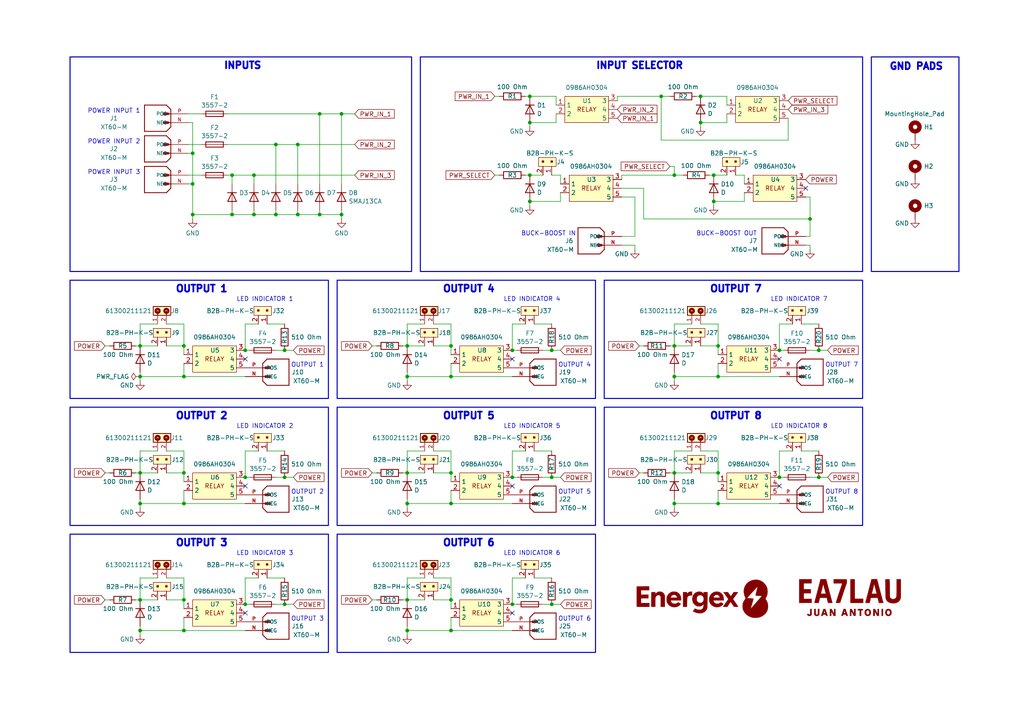
<source format=kicad_sch>
(kicad_sch (version 20250114) (generator "eeschema") (generator_version "9.0")
  (paper "A4")
  (title_block (title "ENERGEX_8_PCB - SCHEMATICS") (date "05/06/2025") (rev "v1.0"))
  (rectangle (start 20.32 16.51) (end 119.38 78.74) (stroke (width 0.3)))
  (rectangle (start 20.32 154.94) (end 95.25 189.23) (stroke (width 0.3)))
  (rectangle (start 20.32 81.28) (end 95.25 115.57) (stroke (width 0.3)))
  (rectangle (start 20.32 118.11) (end 95.25 152.4) (stroke (width 0.3)))
  (rectangle (start 97.79 154.94) (end 172.72 189.23) (stroke (width 0.3)))
  (rectangle (start 121.92 16.51) (end 250.19 78.74) (stroke (width 0.3)))
  (rectangle (start 252.73 16.51) (end 278.13 78.74) (stroke (width 0.3)))
  (rectangle (start 97.79 81.28) (end 172.72 115.57) (stroke (width 0.3)))
  (rectangle (start 97.79 118.11) (end 172.72 152.4) (stroke (width 0.3)))
  (rectangle (start 175.26 81.28) (end 250.19 115.57) (stroke (width 0.3)))
  (rectangle (start 175.26 118.11) (end 250.19 152.4) (stroke (width 0.3)))
  (text "OUTPUT 6" (at 171.45 180.34 0) (effects (font (size 1.27 1.27)) (justify right bottom)))
  (text "OUTPUT 3" (at 93.98 180.34 0) (effects (font (size 1.27 1.27)) (justify right bottom)))
  (text "OUTPUT 8" (at 205.74 121.92 0) (effects (font (size 2 2) (thickness 0.6) (bold yes)) (justify left bottom)))
  (text "POWER INPUT 1" (at 25.4 33.02 0) (effects (font (size 1.27 1.27)) (justify left bottom)))
  (text "OUTPUT 1" (at 50.8 85.09 0) (effects (font (size 2 2) (thickness 0.6) (bold yes)) (justify left bottom)))
  (text "LED INDICATOR 6" (at 146.05 161.29 0) (effects (font (size 1.27 1.27)) (justify left bottom)))
  (text "LED INDICATOR 7" (at 223.52 87.63 0) (effects (font (size 1.27 1.27)) (justify left bottom)))
  (text "LED INDICATOR 8" (at 223.52 124.46 0) (effects (font (size 1.27 1.27)) (justify left bottom)))
  (text "OUTPUT 7" (at 248.92 106.68 0) (effects (font (size 1.27 1.27)) (justify right bottom)))
  (text "LED INDICATOR 4" (at 146.05 87.63 0) (effects (font (size 1.27 1.27)) (justify left bottom)))
  (text "OUTPUT 4" (at 171.45 106.68 0) (effects (font (size 1.27 1.27)) (justify right bottom)))
  (text "OUTPUT 4" (at 128.27 85.09 0) (effects (font (size 2 2) (thickness 0.6) (bold yes)) (justify left bottom)))
  (text "GND PADS" (at 257.81 20.574 0) (effects (font (size 2 2) (thickness 0.6) (bold yes)) (justify left bottom)))
  (text "OUTPUT 5" (at 128.27 121.92 0) (effects (font (size 2 2) (thickness 0.6) (bold yes)) (justify left bottom)))
  (text "BUCK-BOOST OUT" (at 201.93 68.58 0) (effects (font (size 1.27 1.27)) (justify left bottom)))
  (text "OUTPUT 1" (at 93.98 106.68 0) (effects (font (size 1.27 1.27)) (justify right bottom)))
  (text "LED INDICATOR 1" (at 68.58 87.63 0) (effects (font (size 1.27 1.27)) (justify left bottom)))
  (text "INPUT SELECTOR" (at 172.72 20.32 0) (effects (font (size 2 2) (thickness 0.6) (bold yes)) (justify left bottom)))
  (text "OUTPUT 3" (at 50.8 158.75 0) (effects (font (size 2 2) (thickness 0.6) (bold yes)) (justify left bottom)))
  (text "INPUTS" (at 64.77 20.32 0) (effects (font (size 2 2) (thickness 0.6) (bold yes)) (justify left bottom)))
  (text "POWER INPUT 3" (at 25.4 50.8 0) (effects (font (size 1.27 1.27)) (justify left bottom)))
  (text "LED INDICATOR 2" (at 68.58 124.46 0) (effects (font (size 1.27 1.27)) (justify left bottom)))
  (text "LED INDICATOR 3" (at 68.58 161.29 0) (effects (font (size 1.27 1.27)) (justify left bottom)))
  (text "OUTPUT 8" (at 248.92 143.51 0) (effects (font (size 1.27 1.27)) (justify right bottom)))
  (text "LED INDICATOR 5" (at 146.05 124.46 0) (effects (font (size 1.27 1.27)) (justify left bottom)))
  (text "BUCK-BOOST IN" (at 151.13 68.58 0) (effects (font (size 1.27 1.27)) (justify left bottom)))
  (text "OUTPUT 7" (at 205.74 85.09 0) (effects (font (size 2 2) (thickness 0.6) (bold yes)) (justify left bottom)))
  (text "OUTPUT 5" (at 171.45 143.51 0) (effects (font (size 1.27 1.27)) (justify right bottom)))
  (text "OUTPUT 2" (at 50.8 121.92 0) (effects (font (size 2 2) (thickness 0.6) (bold yes)) (justify left bottom)))
  (text "POWER INPUT 2" (at 25.4 41.91 0) (effects (font (size 1.27 1.27)) (justify left bottom)))
  (text "OUTPUT 2" (at 93.98 143.51 0) (effects (font (size 1.27 1.27)) (justify right bottom)))
  (text "OUTPUT 6" (at 128.27 158.75 0) (effects (font (size 2 2) (thickness 0.6) (bold yes)) (justify left bottom)))
  (junction (at 234.95 63.5))
  (junction (at 208.28 100.33))
  (junction (at 153.67 50.8))
  (junction (at 237.49 138.43))
  (junction (at 208.28 146.05))
  (junction (at 148.59 101.6))
  (junction (at 73.66 62.23))
  (junction (at 118.11 182.88))
  (junction (at 118.11 109.22))
  (junction (at 40.64 109.22))
  (junction (at 53.34 137.16))
  (junction (at 118.11 146.05))
  (junction (at 160.02 101.6))
  (junction (at 237.49 101.6))
  (junction (at 67.31 62.23))
  (junction (at 195.58 146.05))
  (junction (at 130.81 146.05))
  (junction (at 203.2 27.94))
  (junction (at 53.34 109.22))
  (junction (at 130.81 100.33))
  (junction (at 153.67 27.94))
  (junction (at 191.77 27.94))
  (junction (at 195.58 137.16))
  (junction (at 80.01 62.23))
  (junction (at 40.64 137.16))
  (junction (at 208.28 109.22))
  (junction (at 40.64 182.88))
  (junction (at 118.11 173.99))
  (junction (at 160.02 175.26))
  (junction (at 53.34 100.33))
  (junction (at 55.88 44.45))
  (junction (at 92.71 33.02))
  (junction (at 153.67 58.42))
  (junction (at 71.12 138.43))
  (junction (at 67.31 50.8))
  (junction (at 207.01 58.42))
  (junction (at 118.11 137.16))
  (junction (at 40.64 146.05))
  (junction (at 73.66 50.8))
  (junction (at 99.06 33.02))
  (junction (at 82.55 175.26))
  (junction (at 86.36 62.23))
  (junction (at 195.58 109.22))
  (junction (at 207.01 50.8))
  (junction (at 130.81 173.99))
  (junction (at 40.64 173.99))
  (junction (at 71.12 101.6))
  (junction (at 226.06 138.43))
  (junction (at 130.81 137.16))
  (junction (at 55.88 62.23))
  (junction (at 160.02 138.43))
  (junction (at 92.71 62.23))
  (junction (at 208.28 137.16))
  (junction (at 55.88 53.34))
  (junction (at 40.64 100.33))
  (junction (at 153.67 35.56))
  (junction (at 203.2 35.56))
  (junction (at 82.55 101.6))
  (junction (at 118.11 100.33))
  (junction (at 226.06 101.6))
  (junction (at 71.12 175.26))
  (junction (at 53.34 146.05))
  (junction (at 130.81 109.22))
  (junction (at 53.34 173.99))
  (junction (at 82.55 138.43))
  (junction (at 130.81 182.88))
  (junction (at 148.59 138.43))
  (junction (at 99.06 62.23))
  (junction (at 53.34 182.88))
  (junction (at 86.36 41.91))
  (junction (at 80.01 41.91))
  (junction (at 195.58 100.33))
  (junction (at 195.58 50.8))
  (junction (at 148.59 175.26))
  (no_connect (at 226.06 140.97))
  (no_connect (at 233.68 54.61))
  (no_connect (at 226.06 104.14))
  (no_connect (at 71.12 140.97))
  (no_connect (at 148.59 104.14))
  (no_connect (at 71.12 177.8))
  (no_connect (at 71.12 104.14))
  (no_connect (at 148.59 177.8))
  (no_connect (at 148.59 140.97))
  (wire (pts (xy 53.34 93.98) (xy 53.34 100.33)))
  (wire (pts (xy 161.29 35.56) (xy 153.67 35.56)))
  (wire (pts (xy 191.77 27.94) (xy 194.31 27.94)))
  (wire (pts (xy 53.34 130.81) (xy 53.34 137.16)))
  (wire (pts (xy 208.28 100.33) (xy 203.2 100.33)))
  (wire (pts (xy 208.28 109.22) (xy 195.58 109.22)))
  (wire (pts (xy 125.73 130.81) (xy 130.81 130.81)))
  (wire (pts (xy 71.12 130.81) (xy 74.93 130.81)))
  (wire (pts (xy 148.59 101.6) (xy 148.59 93.98)))
  (wire (pts (xy 53.34 105.41) (xy 53.34 109.22)))
  (wire (pts (xy 130.81 179.07) (xy 130.81 182.88)))
  (wire (pts (xy 149.86 138.43) (xy 148.59 138.43)))
  (wire (pts (xy 215.9 50.8) (xy 215.9 53.34)))
  (wire (pts (xy 45.72 173.99) (xy 40.64 173.99)))
  (wire (pts (xy 48.26 167.64) (xy 53.34 167.64)))
  (wire (pts (xy 85.09 101.6) (xy 82.55 101.6)))
  (wire (pts (xy 130.81 109.22) (xy 118.11 109.22)))
  (wire (pts (xy 53.34 137.16) (xy 48.26 137.16)))
  (wire (pts (xy 194.31 48.26) (xy 195.58 48.26)))
  (wire (pts (xy 53.34 173.99) (xy 48.26 173.99)))
  (wire (pts (xy 162.56 55.88) (xy 162.56 58.42)))
  (wire (pts (xy 77.47 130.81) (xy 82.55 130.81)))
  (wire (pts (xy 53.34 146.05) (xy 71.12 146.05)))
  (wire (pts (xy 234.95 63.5) (xy 234.95 57.15)))
  (wire (pts (xy 149.86 175.26) (xy 148.59 175.26)))
  (wire (pts (xy 180.34 68.58) (xy 184.15 68.58)))
  (wire (pts (xy 118.11 167.64) (xy 118.11 173.99)))
  (wire (pts (xy 99.06 33.02) (xy 102.87 33.02)))
  (wire (pts (xy 73.66 60.96) (xy 73.66 62.23)))
  (wire (pts (xy 45.72 93.98) (xy 40.64 93.98)))
  (wire (pts (xy 153.67 59.69) (xy 153.67 58.42)))
  (wire (pts (xy 53.34 100.33) (xy 48.26 100.33)))
  (wire (pts (xy 208.28 93.98) (xy 208.28 100.33)))
  (wire (pts (xy 82.55 175.26) (xy 80.01 175.26)))
  (wire (pts (xy 40.64 146.05) (xy 40.64 144.78)))
  (wire (pts (xy 40.64 130.81) (xy 40.64 137.16)))
  (wire (pts (xy 55.88 62.23) (xy 67.31 62.23)))
  (wire (pts (xy 39.37 173.99) (xy 40.64 173.99)))
  (wire (pts (xy 130.81 146.05) (xy 118.11 146.05)))
  (wire (pts (xy 77.47 167.64) (xy 82.55 167.64)))
  (wire (pts (xy 86.36 60.96) (xy 86.36 62.23)))
  (wire (pts (xy 210.82 50.8) (xy 207.01 50.8)))
  (wire (pts (xy 40.64 182.88) (xy 40.64 181.61)))
  (wire (pts (xy 53.34 142.24) (xy 53.34 146.05)))
  (wire (pts (xy 232.41 130.81) (xy 237.49 130.81)))
  (wire (pts (xy 154.94 167.64) (xy 160.02 167.64)))
  (wire (pts (xy 86.36 41.91) (xy 102.87 41.91)))
  (wire (pts (xy 99.06 33.02) (xy 99.06 53.34)))
  (wire (pts (xy 130.81 93.98) (xy 130.81 100.33)))
  (wire (pts (xy 130.81 167.64) (xy 130.81 173.99)))
  (wire (pts (xy 123.19 100.33) (xy 118.11 100.33)))
  (wire (pts (xy 162.56 58.42) (xy 153.67 58.42)))
  (wire (pts (xy 195.58 50.8) (xy 180.34 50.8)))
  (wire (pts (xy 208.28 102.87) (xy 208.28 100.33)))
  (wire (pts (xy 71.12 175.26) (xy 71.12 167.64)))
  (wire (pts (xy 157.48 50.8) (xy 153.67 50.8)))
  (wire (pts (xy 184.15 57.15) (xy 184.15 68.58)))
  (wire (pts (xy 130.81 130.81) (xy 130.81 137.16)))
  (wire (pts (xy 80.01 41.91) (xy 80.01 53.34)))
  (wire (pts (xy 160.02 138.43) (xy 157.48 138.43)))
  (wire (pts (xy 72.39 138.43) (xy 71.12 138.43)))
  (wire (pts (xy 55.88 62.23) (xy 55.88 53.34)))
  (wire (pts (xy 226.06 93.98) (xy 229.87 93.98)))
  (wire (pts (xy 48.26 93.98) (xy 53.34 93.98)))
  (wire (pts (xy 30.48 100.33) (xy 31.75 100.33)))
  (wire (pts (xy 53.34 102.87) (xy 53.34 100.33)))
  (wire (pts (xy 191.77 40.64) (xy 228.6 40.64)))
  (wire (pts (xy 148.59 138.43) (xy 148.59 130.81)))
  (wire (pts (xy 116.84 173.99) (xy 118.11 173.99)))
  (wire (pts (xy 53.34 179.07) (xy 53.34 182.88)))
  (wire (pts (xy 130.81 146.05) (xy 148.59 146.05)))
  (wire (pts (xy 161.29 33.02) (xy 161.29 35.56)))
  (wire (pts (xy 240.03 138.43) (xy 237.49 138.43)))
  (wire (pts (xy 30.48 173.99) (xy 31.75 173.99)))
  (wire (pts (xy 71.12 93.98) (xy 74.93 93.98)))
  (wire (pts (xy 80.01 60.96) (xy 80.01 62.23)))
  (wire (pts (xy 210.82 30.48) (xy 210.82 27.94)))
  (wire (pts (xy 48.26 130.81) (xy 53.34 130.81)))
  (wire (pts (xy 53.34 146.05) (xy 40.64 146.05)))
  (wire (pts (xy 55.88 44.45) (xy 55.88 53.34)))
  (wire (pts (xy 237.49 138.43) (xy 234.95 138.43)))
  (wire (pts (xy 179.07 27.94) (xy 179.07 29.21)))
  (wire (pts (xy 234.95 71.12) (xy 234.95 72.39)))
  (wire (pts (xy 130.81 173.99) (xy 125.73 173.99)))
  (wire (pts (xy 53.34 167.64) (xy 53.34 173.99)))
  (wire (pts (xy 148.59 167.64) (xy 152.4 167.64)))
  (wire (pts (xy 130.81 137.16) (xy 125.73 137.16)))
  (wire (pts (xy 185.42 137.16) (xy 186.69 137.16)))
  (wire (pts (xy 66.04 50.8) (xy 67.31 50.8)))
  (wire (pts (xy 200.66 93.98) (xy 195.58 93.98)))
  (wire (pts (xy 67.31 60.96) (xy 67.31 62.23)))
  (wire (pts (xy 40.64 184.15) (xy 40.64 182.88)))
  (wire (pts (xy 80.01 41.91) (xy 86.36 41.91)))
  (wire (pts (xy 45.72 167.64) (xy 40.64 167.64)))
  (wire (pts (xy 66.04 41.91) (xy 80.01 41.91)))
  (wire (pts (xy 180.34 57.15) (xy 184.15 57.15)))
  (wire (pts (xy 179.07 27.94) (xy 191.77 27.94)))
  (wire (pts (xy 130.81 105.41) (xy 130.81 109.22)))
  (wire (pts (xy 130.81 102.87) (xy 130.81 100.33)))
  (wire (pts (xy 208.28 146.05) (xy 226.06 146.05)))
  (wire (pts (xy 208.28 105.41) (xy 208.28 109.22)))
  (wire (pts (xy 55.88 35.56) (xy 55.88 44.45)))
  (wire (pts (xy 123.19 130.81) (xy 118.11 130.81)))
  (wire (pts (xy 195.58 110.49) (xy 195.58 109.22)))
  (wire (pts (xy 80.01 62.23) (xy 86.36 62.23)))
  (wire (pts (xy 92.71 33.02) (xy 99.06 33.02)))
  (wire (pts (xy 186.69 54.61) (xy 186.69 63.5)))
  (wire (pts (xy 107.95 173.99) (xy 109.22 173.99)))
  (wire (pts (xy 67.31 50.8) (xy 67.31 53.34)))
  (wire (pts (xy 195.58 147.32) (xy 195.58 146.05)))
  (wire (pts (xy 54.61 35.56) (xy 55.88 35.56)))
  (wire (pts (xy 67.31 62.23) (xy 73.66 62.23)))
  (wire (pts (xy 226.06 130.81) (xy 229.87 130.81)))
  (wire (pts (xy 72.39 101.6) (xy 71.12 101.6)))
  (wire (pts (xy 152.4 27.94) (xy 153.67 27.94)))
  (wire (pts (xy 40.64 93.98) (xy 40.64 100.33)))
  (wire (pts (xy 99.06 62.23) (xy 99.06 63.5)))
  (wire (pts (xy 208.28 142.24) (xy 208.28 146.05)))
  (wire (pts (xy 180.34 50.8) (xy 180.34 52.07)))
  (wire (pts (xy 130.81 139.7) (xy 130.81 137.16)))
  (wire (pts (xy 152.4 50.8) (xy 153.67 50.8)))
  (wire (pts (xy 130.81 182.88) (xy 118.11 182.88)))
  (wire (pts (xy 85.09 175.26) (xy 82.55 175.26)))
  (wire (pts (xy 234.95 68.58) (xy 234.95 63.5)))
  (wire (pts (xy 85.09 138.43) (xy 82.55 138.43)))
  (wire (pts (xy 39.37 137.16) (xy 40.64 137.16)))
  (wire (pts (xy 194.31 137.16) (xy 195.58 137.16)))
  (wire (pts (xy 66.04 33.02) (xy 92.71 33.02)))
  (wire (pts (xy 45.72 137.16) (xy 40.64 137.16)))
  (wire (pts (xy 53.34 109.22) (xy 40.64 109.22)))
  (wire (pts (xy 208.28 137.16) (xy 203.2 137.16)))
  (wire (pts (xy 71.12 101.6) (xy 71.12 93.98)))
  (wire (pts (xy 55.88 63.5) (xy 55.88 62.23)))
  (wire (pts (xy 92.71 60.96) (xy 92.71 62.23)))
  (wire (pts (xy 45.72 100.33) (xy 40.64 100.33)))
  (wire (pts (xy 226.06 101.6) (xy 226.06 93.98)))
  (wire (pts (xy 107.95 137.16) (xy 109.22 137.16)))
  (wire (pts (xy 227.33 101.6) (xy 226.06 101.6)))
  (wire (pts (xy 82.55 138.43) (xy 80.01 138.43)))
  (wire (pts (xy 228.6 40.64) (xy 228.6 34.29)))
  (wire (pts (xy 201.93 27.94) (xy 203.2 27.94)))
  (wire (pts (xy 232.41 93.98) (xy 237.49 93.98)))
  (wire (pts (xy 123.19 137.16) (xy 118.11 137.16)))
  (wire (pts (xy 123.19 167.64) (xy 118.11 167.64)))
  (wire (pts (xy 195.58 109.22) (xy 195.58 107.95)))
  (wire (pts (xy 73.66 62.23) (xy 80.01 62.23)))
  (wire (pts (xy 180.34 54.61) (xy 186.69 54.61)))
  (wire (pts (xy 53.34 139.7) (xy 53.34 137.16)))
  (wire (pts (xy 148.59 130.81) (xy 152.4 130.81)))
  (wire (pts (xy 162.56 138.43) (xy 160.02 138.43)))
  (wire (pts (xy 215.9 58.42) (xy 207.01 58.42)))
  (wire (pts (xy 130.81 142.24) (xy 130.81 146.05)))
  (wire (pts (xy 200.66 130.81) (xy 195.58 130.81)))
  (wire (pts (xy 194.31 100.33) (xy 195.58 100.33)))
  (wire (pts (xy 118.11 147.32) (xy 118.11 146.05)))
  (wire (pts (xy 40.64 110.49) (xy 40.64 109.22)))
  (wire (pts (xy 130.81 109.22) (xy 148.59 109.22)))
  (wire (pts (xy 195.58 146.05) (xy 208.28 146.05)))
  (wire (pts (xy 130.81 100.33) (xy 125.73 100.33)))
  (wire (pts (xy 92.71 33.02) (xy 92.71 53.34)))
  (wire (pts (xy 107.95 100.33) (xy 109.22 100.33)))
  (wire (pts (xy 53.34 109.22) (xy 71.12 109.22)))
  (wire (pts (xy 233.68 71.12) (xy 234.95 71.12)))
  (wire (pts (xy 195.58 93.98) (xy 195.58 100.33)))
  (wire (pts (xy 40.64 167.64) (xy 40.64 173.99)))
  (wire (pts (xy 92.71 62.23) (xy 99.06 62.23)))
  (wire (pts (xy 186.69 63.5) (xy 234.95 63.5)))
  (wire (pts (xy 184.15 71.12) (xy 184.15 72.39)))
  (wire (pts (xy 161.29 27.94) (xy 153.67 27.94)))
  (wire (pts (xy 203.2 93.98) (xy 208.28 93.98)))
  (wire (pts (xy 53.34 182.88) (xy 71.12 182.88)))
  (wire (pts (xy 99.06 60.96) (xy 99.06 62.23)))
  (wire (pts (xy 71.12 138.43) (xy 71.12 130.81)))
  (wire (pts (xy 227.33 138.43) (xy 226.06 138.43)))
  (wire (pts (xy 116.84 100.33) (xy 118.11 100.33)))
  (wire (pts (xy 67.31 50.8) (xy 73.66 50.8)))
  (wire (pts (xy 162.56 175.26) (xy 160.02 175.26)))
  (wire (pts (xy 55.88 53.34) (xy 54.61 53.34)))
  (wire (pts (xy 130.81 176.53) (xy 130.81 173.99)))
  (wire (pts (xy 233.68 57.15) (xy 234.95 57.15)))
  (wire (pts (xy 118.11 146.05) (xy 118.11 144.78)))
  (wire (pts (xy 208.28 139.7) (xy 208.28 137.16)))
  (wire (pts (xy 233.68 68.58) (xy 234.95 68.58)))
  (wire (pts (xy 123.19 173.99) (xy 118.11 173.99)))
  (wire (pts (xy 116.84 137.16) (xy 118.11 137.16)))
  (wire (pts (xy 207.01 59.69) (xy 207.01 58.42)))
  (wire (pts (xy 210.82 27.94) (xy 203.2 27.94)))
  (wire (pts (xy 205.74 50.8) (xy 207.01 50.8)))
  (wire (pts (xy 45.72 130.81) (xy 40.64 130.81)))
  (wire (pts (xy 162.56 101.6) (xy 160.02 101.6)))
  (wire (pts (xy 191.77 27.94) (xy 191.77 40.64)))
  (wire (pts (xy 118.11 110.49) (xy 118.11 109.22)))
  (wire (pts (xy 130.81 182.88) (xy 148.59 182.88)))
  (wire (pts (xy 148.59 93.98) (xy 152.4 93.98)))
  (wire (pts (xy 54.61 50.8) (xy 58.42 50.8)))
  (wire (pts (xy 148.59 175.26) (xy 148.59 167.64)))
  (wire (pts (xy 123.19 93.98) (xy 118.11 93.98)))
  (wire (pts (xy 210.82 33.02) (xy 210.82 35.56)))
  (wire (pts (xy 153.67 36.83) (xy 153.67 35.56)))
  (wire (pts (xy 208.28 109.22) (xy 226.06 109.22)))
  (wire (pts (xy 30.48 137.16) (xy 31.75 137.16)))
  (wire (pts (xy 118.11 184.15) (xy 118.11 182.88)))
  (wire (pts (xy 86.36 41.91) (xy 86.36 53.34)))
  (wire (pts (xy 200.66 137.16) (xy 195.58 137.16)))
  (wire (pts (xy 180.34 71.12) (xy 184.15 71.12)))
  (wire (pts (xy 73.66 50.8) (xy 73.66 53.34)))
  (wire (pts (xy 195.58 130.81) (xy 195.58 137.16)))
  (wire (pts (xy 73.66 50.8) (xy 102.87 50.8)))
  (wire (pts (xy 154.94 130.81) (xy 160.02 130.81)))
  (wire (pts (xy 54.61 33.02) (xy 58.42 33.02)))
  (wire (pts (xy 195.58 50.8) (xy 198.12 50.8)))
  (wire (pts (xy 40.64 109.22) (xy 40.64 107.95)))
  (wire (pts (xy 71.12 167.64) (xy 74.93 167.64)))
  (wire (pts (xy 143.51 27.94) (xy 144.78 27.94)))
  (wire (pts (xy 40.64 147.32) (xy 40.64 146.05)))
  (wire (pts (xy 77.47 93.98) (xy 82.55 93.98)))
  (wire (pts (xy 162.56 50.8) (xy 160.02 50.8)))
  (wire (pts (xy 54.61 41.91) (xy 58.42 41.91)))
  (wire (pts (xy 200.66 100.33) (xy 195.58 100.33)))
  (wire (pts (xy 72.39 175.26) (xy 71.12 175.26)))
  (wire (pts (xy 53.34 176.53) (xy 53.34 173.99)))
  (wire (pts (xy 143.51 50.8) (xy 144.78 50.8)))
  (wire (pts (xy 208.28 130.81) (xy 208.28 137.16)))
  (wire (pts (xy 154.94 93.98) (xy 160.02 93.98)))
  (wire (pts (xy 195.58 146.05) (xy 195.58 144.78)))
  (wire (pts (xy 185.42 100.33) (xy 186.69 100.33)))
  (wire (pts (xy 160.02 101.6) (xy 157.48 101.6)))
  (wire (pts (xy 203.2 35.56) (xy 203.2 36.83)))
  (wire (pts (xy 118.11 93.98) (xy 118.11 100.33)))
  (wire (pts (xy 53.34 182.88) (xy 40.64 182.88)))
  (wire (pts (xy 118.11 130.81) (xy 118.11 137.16)))
  (wire (pts (xy 86.36 62.23) (xy 92.71 62.23)))
  (wire (pts (xy 39.37 100.33) (xy 40.64 100.33)))
  (wire (pts (xy 125.73 93.98) (xy 130.81 93.98)))
  (wire (pts (xy 149.86 101.6) (xy 148.59 101.6)))
  (wire (pts (xy 215.9 50.8) (xy 213.36 50.8)))
  (wire (pts (xy 118.11 109.22) (xy 118.11 107.95)))
  (wire (pts (xy 161.29 30.48) (xy 161.29 27.94)))
  (wire (pts (xy 54.61 44.45) (xy 55.88 44.45)))
  (wire (pts (xy 125.73 167.64) (xy 130.81 167.64)))
  (wire (pts (xy 82.55 101.6) (xy 80.01 101.6)))
  (wire (pts (xy 237.49 101.6) (xy 234.95 101.6)))
  (wire (pts (xy 160.02 175.26) (xy 157.48 175.26)))
  (wire (pts (xy 215.9 55.88) (xy 215.9 58.42)))
  (wire (pts (xy 195.58 48.26) (xy 195.58 50.8)))
  (wire (pts (xy 118.11 182.88) (xy 118.11 181.61)))
  (wire (pts (xy 203.2 35.56) (xy 210.82 35.56)))
  (wire (pts (xy 240.03 101.6) (xy 237.49 101.6)))
  (wire (pts (xy 203.2 130.81) (xy 208.28 130.81)))
  (wire (pts (xy 226.06 138.43) (xy 226.06 130.81)))
  (wire (pts (xy 162.56 53.34) (xy 162.56 50.8)))
  (global_label "PWR_SELECT" (shape input) (at 143.51 50.8 180) (property "Intersheetrefs" "${INTERSHEET_REFS}" (effects (hide yes))))
  (global_label "POWER" (shape input) (at 240.03 101.6 0) (property "Intersheetrefs" "${INTERSHEET_REFS}" (effects (hide yes))))
  (global_label "POWER" (shape input) (at 30.48 137.16 180) (property "Intersheetrefs" "${INTERSHEET_REFS}" (effects (hide yes))))
  (global_label "PWR_IN_1" (shape input) (at 102.87 33.02 0) (property "Intersheetrefs" "${INTERSHEET_REFS}" (effects (hide yes))))
  (global_label "PWR_IN_1" (shape input) (at 143.51 27.94 180) (property "Intersheetrefs" "${INTERSHEET_REFS}" (effects (hide yes))))
  (global_label "PWR_IN_3" (shape input) (at 102.87 50.8 0) (property "Intersheetrefs" "${INTERSHEET_REFS}" (effects (hide yes))))
  (global_label "PWR_SELECT" (shape input) (at 228.6 29.21 0) (property "Intersheetrefs" "${INTERSHEET_REFS}" (effects (hide yes))))
  (global_label "PWR_SELECT" (shape input) (at 194.31 48.26 180) (property "Intersheetrefs" "${INTERSHEET_REFS}" (effects (hide yes))))
  (global_label "POWER" (shape input) (at 162.56 138.43 0) (property "Intersheetrefs" "${INTERSHEET_REFS}" (effects (hide yes))))
  (global_label "POWER" (shape input) (at 240.03 138.43 0) (property "Intersheetrefs" "${INTERSHEET_REFS}" (effects (hide yes))))
  (global_label "POWER" (shape input) (at 107.95 100.33 180) (property "Intersheetrefs" "${INTERSHEET_REFS}" (effects (hide yes))))
  (global_label "POWER" (shape input) (at 185.42 100.33 180) (property "Intersheetrefs" "${INTERSHEET_REFS}" (effects (hide yes))))
  (global_label "PWR_IN_2" (shape input) (at 102.87 41.91 0) (property "Intersheetrefs" "${INTERSHEET_REFS}" (effects (hide yes))))
  (global_label "POWER" (shape input) (at 30.48 173.99 180) (property "Intersheetrefs" "${INTERSHEET_REFS}" (effects (hide yes))))
  (global_label "POWER" (shape input) (at 85.09 138.43 0) (property "Intersheetrefs" "${INTERSHEET_REFS}" (effects (hide yes))))
  (global_label "POWER" (shape input) (at 85.09 101.6 0) (property "Intersheetrefs" "${INTERSHEET_REFS}" (effects (hide yes))))
  (global_label "POWER" (shape input) (at 107.95 173.99 180) (property "Intersheetrefs" "${INTERSHEET_REFS}" (effects (hide yes))))
  (global_label "POWER" (shape input) (at 162.56 101.6 0) (property "Intersheetrefs" "${INTERSHEET_REFS}" (effects (hide yes))))
  (global_label "PWR_IN_2" (shape input) (at 179.07 31.75 0) (property "Intersheetrefs" "${INTERSHEET_REFS}" (effects (hide yes))))
  (global_label "POWER" (shape input) (at 233.68 52.07 0) (property "Intersheetrefs" "${INTERSHEET_REFS}" (effects (hide yes))))
  (global_label "POWER" (shape input) (at 30.48 100.33 180) (property "Intersheetrefs" "${INTERSHEET_REFS}" (effects (hide yes))))
  (global_label "POWER" (shape input) (at 85.09 175.26 0) (property "Intersheetrefs" "${INTERSHEET_REFS}" (effects (hide yes))))
  (global_label "POWER" (shape input) (at 162.56 175.26 0) (property "Intersheetrefs" "${INTERSHEET_REFS}" (effects (hide yes))))
  (global_label "PWR_IN_3" (shape input) (at 228.6 31.75 0) (property "Intersheetrefs" "${INTERSHEET_REFS}" (effects (hide yes))))
  (global_label "POWER" (shape input) (at 185.42 137.16 180) (property "Intersheetrefs" "${INTERSHEET_REFS}" (effects (hide yes))))
  (global_label "PWR_IN_1" (shape input) (at 179.07 34.29 0) (property "Intersheetrefs" "${INTERSHEET_REFS}" (effects (hide yes))))
  (global_label "POWER" (shape input) (at 107.95 137.16 180) (property "Intersheetrefs" "${INTERSHEET_REFS}" (effects (hide yes))))
  (symbol (lib_id "Device:D") (at 40.64 104.14 270) (unit 1)
    (property "Reference" "D11" (at 42.672 102.9279 90) (effects (justify left)))
    (property "Value" "D" (at 42.672 105.3521 90) (effects (justify left)))
    (property "Footprint" "Diode_SMD:D_1206_3216Metric" (effects (hide yes)))
    (property "Sim.Device" "D" (effects (hide yes)))
    (property "Sim.Pins" "1=K 2=A" (effects (hide yes)))
  )
  (symbol (lib_id "Device:D") (at 40.64 177.8 270) (unit 1)
    (property "Reference" "D13" (at 42.672 176.5879 90) (effects (justify left)))
    (property "Value" "D" (at 42.672 179.0121 90) (effects (justify left)))
    (property "Footprint" "Diode_SMD:D_1206_3216Metric" (effects (hide yes)))
    (property "Sim.Device" "D" (effects (hide yes)))
    (property "Sim.Pins" "1=K 2=A" (effects (hide yes)))
  )
  (symbol (lib_id "Device:R") (at 113.03 173.99 90) (unit 1)
    (property "Reference" "R10" (at 113.03 173.99 90))
    (property "Value" "100 Ohm" (at 111.76 176.53 90))
    (property "Footprint" "Resistor_SMD:R_1206_3216Metric" (effects (hide yes)))
  )
  (symbol (lib_id "Device:D") (at 118.11 140.97 270) (unit 1)
    (property "Reference" "D15" (at 120.142 139.7579 90) (effects (justify left)))
    (property "Value" "D" (at 120.142 142.1821 90) (effects (justify left)))
    (property "Footprint" "Diode_SMD:D_1206_3216Metric" (effects (hide yes)))
    (property "Sim.Device" "D" (effects (hide yes)))
    (property "Sim.Pins" "1=K 2=A" (effects (hide yes)))
  )
  (symbol (lib_id "61300211121:6130XX11121_61300211121") (at 203.2 88.9 0) (unit 1)
    (property "Reference" "J26" (at 204.47 90.17 0) (effects (justify left)))
    (property "Value" "61300211121" (at 185.42 90.17 0) (effects (justify left)))
    (property "Footprint" "01_Footprints:61300211121" (effects (hide yes)))
    (property "ROWS" "Single" (effects (hide yes)))
    (property "GENDER" "Pin Header" (effects (hide yes)))
    (property "MOUNT" "THT" (effects (hide yes)))
    (property "IR" "3A" (effects (hide yes)))
    (property "VALUE" "61300211121" (effects (hide yes)))
    (property "PACKAGING" "Bag" (effects (hide yes)))
    (property "PART-NUMBER" "61300211121" (effects (hide yes)))
    (property "DATASHEET-URL" "https://www.we-online.com/redexpert/spec/61300211121?ae" (effects (hide yes)))
    (property "PITCH" "2.54mm" (effects (hide yes)))
    (property "PINS" "2" (effects (hide yes)))
    (property "TYPE" "Straight" (effects (hide yes)))
  )
  (symbol (lib_id "power:GND") (at 118.11 184.15 0) (unit 1)
    (property "Reference" "#PWR014" (effects (hide yes)))
    (property "Value" "GND" (at 114.3 185.42 0))
  )
  (symbol (lib_id "Device:R") (at 82.55 171.45 180) (unit 1)
    (property "Reference" "R15" (at 82.55 171.45 90))
    (property "Value" "510 Ohm" (at 88.9 171.45 0))
    (property "Footprint" "Resistor_SMD:R_1206_3216Metric" (effects (hide yes)))
  )
  (symbol (lib_id "XT60-M:XT60-M") (at 76.2 146.05 0) (unit 1)
    (property "Reference" "J13" (at 86.36 144.78 0))
    (property "Value" "XT60-M" (at 88.9 147.32 0))
    (property "Footprint" "01_Footprints:XT60-M" (effects (hide yes)))
    (property "Description" "\nPlug; DC supply; XT60; male; PIN: 2; for cable; soldered; 30A; 500V\n" (effects (hide yes)))
    (property "MF" "AMASS" (effects (hide yes)))
    (property "MAXIMUM_PACKAGE_HEIGHT" "16.00 mm" (effects (hide yes)))
    (property "Package" "Package" (effects (hide yes)))
    (property "Price" "None" (effects (hide yes)))
    (property "Check_prices" "https://www.snapeda.com/parts/XT60-M/AMASS/view-part/?ref=eda" (effects (hide yes)))
    (property "STANDARD" "IPC 7351B" (effects (hide yes)))
    (property "PARTREV" "V1.2" (effects (hide yes)))
    (property "SnapEDA_Link" "https://www.snapeda.com/parts/XT60-M/AMASS/view-part/?ref=snap" (effects (hide yes)))
    (property "MP" "XT60-M" (effects (hide yes)))
    (property "Availability" "Not in stock" (effects (hide yes)))
    (property "MANUFACTURER" "AMASS" (effects (hide yes)))
  )
  (symbol (lib_id "Device:R") (at 190.5 100.33 90) (unit 1)
    (property "Reference" "R11" (at 190.5 100.33 90))
    (property "Value" "100 Ohm" (at 189.23 102.87 90))
    (property "Footprint" "Resistor_SMD:R_1206_3216Metric" (effects (hide yes)))
  )
  (symbol (lib_id "61300211121:6130XX11121_61300211121") (at 125.73 88.9 0) (unit 1)
    (property "Reference" "J17" (at 127 90.17 0) (effects (justify left)))
    (property "Value" "61300211121" (at 107.95 90.17 0) (effects (justify left)))
    (property "Footprint" "01_Footprints:61300211121" (effects (hide yes)))
    (property "ROWS" "Single" (effects (hide yes)))
    (property "GENDER" "Pin Header" (effects (hide yes)))
    (property "MOUNT" "THT" (effects (hide yes)))
    (property "IR" "3A" (effects (hide yes)))
    (property "VALUE" "61300211121" (effects (hide yes)))
    (property "PACKAGING" "Bag" (effects (hide yes)))
    (property "PART-NUMBER" "61300211121" (effects (hide yes)))
    (property "DATASHEET-URL" "https://www.we-online.com/redexpert/spec/61300211121?ae" (effects (hide yes)))
    (property "PITCH" "2.54mm" (effects (hide yes)))
    (property "PINS" "2" (effects (hide yes)))
    (property "TYPE" "Straight" (effects (hide yes)))
  )
  (symbol (lib_id "Device:R") (at 190.5 137.16 90) (unit 1)
    (property "Reference" "R12" (at 190.5 137.16 90))
    (property "Value" "100 Ohm" (at 189.23 139.7 90))
    (property "Footprint" "Resistor_SMD:R_1206_3216Metric" (effects (hide yes)))
  )
  (symbol (lib_name "0986AH0304_4") (lib_id "bosh_0986ah0304:0986AH0304") (at 224.79 54.61 0) (unit 1)
    (property "Reference" "U4" (at 223.52 52.07 0) (effects (justify left)))
    (property "Value" "0986AH0304" (at 224.79 48.26 0))
    (property "Footprint" "01_Footprints:0986AH0304" (effects (hide yes)))
  )
  (symbol (lib_id "Device:R") (at 237.49 134.62 180) (unit 1)
    (property "Reference" "R19" (at 237.49 134.62 90))
    (property "Value" "510 Ohm" (at 243.84 134.62 0))
    (property "Footprint" "Resistor_SMD:R_1206_3216Metric" (effects (hide yes)))
  )
  (symbol (lib_id "EA7LAULogo2:LOGO") (at 246.38 172.72 0) (unit 1)
    (property "Reference" "#G2" (effects (hide yes)))
    (property "Value" "LOGO" (effects (hide yes)))
  )
  (symbol (lib_id "Mechanical:MountingHole_Pad") (at 265.43 38.1 0) (unit 1)
    (property "Reference" "H1" (at 267.97 36.83 0) (effects (justify left)))
    (property "Value" "MountingHole_Pad" (at 256.54 33.02 0) (effects (justify left)))
    (property "Footprint" "MountingHole:MountingHole_3.2mm_M3_Pad_Via" (effects (hide yes)))
  )
  (symbol (lib_id "Device:R") (at 160.02 171.45 180) (unit 1)
    (property "Reference" "R16" (at 160.02 171.45 90))
    (property "Value" "510 Ohm" (at 166.37 171.45 0))
    (property "Footprint" "Resistor_SMD:R_1206_3216Metric" (effects (hide yes)))
  )
  (symbol (lib_name "GND_1") (lib_id "power:GND") (at 55.88 63.5 0) (unit 1)
    (property "Reference" "#PWR03" (effects (hide yes)))
    (property "Value" "GND" (at 55.88 67.6331 0))
    (property "Description" "Power symbol creates a global label with name \"GND\" , ground" (effects (hide yes)))
  )
  (symbol (lib_id "power:GND") (at 195.58 110.49 0) (unit 1)
    (property "Reference" "#PWR015" (effects (hide yes)))
    (property "Value" "GND" (at 191.77 111.76 0))
  )
  (symbol (lib_name "XT60-M_4") (lib_id "XT60-M:XT60-M") (at 175.26 71.12 0) (mirror y) (unit 1)
    (property "Reference" "J6" (at 165.1 69.85 0))
    (property "Value" "XT60-M" (at 162.56 72.39 0))
    (property "Footprint" "01_Footprints:XT60-M" (effects (hide yes)))
    (property "Description" "\nPlug; DC supply; XT60; male; PIN: 2; for cable; soldered; 30A; 500V\n" (effects (hide yes)))
    (property "MF" "AMASS" (effects (hide yes)))
    (property "MAXIMUM_PACKAGE_HEIGHT" "16.00 mm" (effects (hide yes)))
    (property "Package" "Package" (effects (hide yes)))
    (property "Price" "None" (effects (hide yes)))
    (property "Check_prices" "https://www.snapeda.com/parts/XT60-M/AMASS/view-part/?ref=eda" (effects (hide yes)))
    (property "STANDARD" "IPC 7351B" (effects (hide yes)))
    (property "PARTREV" "V1.2" (effects (hide yes)))
    (property "SnapEDA_Link" "https://www.snapeda.com/parts/XT60-M/AMASS/view-part/?ref=snap" (effects (hide yes)))
    (property "MP" "XT60-M" (effects (hide yes)))
    (property "Availability" "Not in stock" (effects (hide yes)))
    (property "MANUFACTURER" "AMASS" (effects (hide yes)))
    (property "Description_1" "Plug; DC supply; XT60; male; PIN: 2; for cable; soldered; 30A; 500V" (effects (hide yes)))
  )
  (symbol (lib_id "Mechanical:MountingHole_Pad") (at 265.43 60.96 0) (unit 1)
    (property "Reference" "H3" (at 267.97 59.69 0) (effects (justify left)))
    (property "Value" "MountingHole_Pad" (effects (hide yes)))
    (property "Footprint" "MountingHole:MountingHole_3.2mm_M3_Pad_Via" (effects (hide yes)))
  )
  (symbol (lib_name "0986AH0304_2") (lib_id "bosh_0986ah0304:0986AH0304") (at 219.71 31.75 0) (unit 1)
    (property "Reference" "U2" (at 218.44 29.21 0) (effects (justify left)))
    (property "Value" "0986AH0304" (at 219.71 25.4 0))
    (property "Footprint" "01_Footprints:0986AH0304" (effects (hide yes)))
  )
  (symbol (lib_id "Device:D") (at 67.31 57.15 270) (unit 1)
    (property "Reference" "D3" (at 69.342 55.9379 90) (effects (justify left)))
    (property "Value" "SMAJ13CA" (effects (hide yes)))
    (property "Footprint" "Diode_SMD:D_SMA" (effects (hide yes)))
    (property "Sim.Device" "D" (effects (hide yes)))
    (property "Sim.Pins" "1=K 2=A" (effects (hide yes)))
  )
  (symbol (lib_id "Device:Fuse") (at 76.2 101.6 90) (unit 1)
    (property "Reference" "F4" (at 76.2 96.6937 90))
    (property "Value" "3557-2" (at 76.2 99.1179 90))
    (property "Footprint" "01_Footprints:keystone_electronics_3557-2" (effects (hide yes)))
  )
  (symbol (lib_id "Device:R") (at 35.56 100.33 90) (unit 1)
    (property "Reference" "R5" (at 35.56 100.33 90))
    (property "Value" "100 Ohm" (at 34.29 102.87 90))
    (property "Footprint" "Resistor_SMD:R_1206_3216Metric" (effects (hide yes)))
  )
  (symbol (lib_id "Device:D") (at 80.01 57.15 270) (unit 1)
    (property "Reference" "D5" (at 82.042 55.9379 90) (effects (justify left)))
    (property "Value" "SMAJ13CA" (effects (hide yes)))
    (property "Footprint" "Diode_SMD:D_SMA" (effects (hide yes)))
    (property "Sim.Device" "D" (effects (hide yes)))
    (property "Sim.Pins" "1=K 2=A" (effects (hide yes)))
  )
  (symbol (lib_id "power:GND") (at 40.64 147.32 0) (unit 1)
    (property "Reference" "#PWR010" (effects (hide yes)))
    (property "Value" "GND" (at 36.83 148.59 0))
  )
  (symbol (lib_id "Device:D") (at 86.36 57.15 270) (unit 1)
    (property "Reference" "D6" (at 88.392 55.9379 90) (effects (justify left)))
    (property "Value" "SMAJ13CA" (effects (hide yes)))
    (property "Footprint" "Diode_SMD:D_SMA" (effects (hide yes)))
    (property "Sim.Device" "D" (effects (hide yes)))
    (property "Sim.Pins" "1=K 2=A" (effects (hide yes)))
  )
  (symbol (lib_name "GND_2") (lib_id "power:GND") (at 99.06 63.5 0) (unit 1)
    (property "Reference" "#PWR04" (effects (hide yes)))
    (property "Value" "GND" (at 99.06 67.6331 0))
    (property "Description" "Power symbol creates a global label with name \"GND\" , ground" (effects (hide yes)))
  )
  (symbol (lib_id "Device:Fuse") (at 76.2 138.43 90) (unit 1)
    (property "Reference" "F5" (at 76.2 133.5237 90))
    (property "Value" "3557-2" (at 76.2 135.9479 90))
    (property "Footprint" "01_Footprints:keystone_electronics_3557-2" (effects (hide yes)))
  )
  (symbol (lib_id "power:GND") (at 265.43 52.07 0) (unit 1)
    (property "Reference" "#PWR019" (effects (hide yes)))
    (property "Value" "GND" (at 261.62 53.34 0))
  )
  (symbol (lib_id "61300211121:6130XX11121_61300211121") (at 48.26 125.73 0) (unit 1)
    (property "Reference" "J11" (at 49.53 127 0) (effects (justify left)))
    (property "Value" "61300211121" (at 30.48 127 0) (effects (justify left)))
    (property "Footprint" "01_Footprints:61300211121" (effects (hide yes)))
    (property "ROWS" "Single" (effects (hide yes)))
    (property "GENDER" "Pin Header" (effects (hide yes)))
    (property "MOUNT" "THT" (effects (hide yes)))
    (property "IR" "3A" (effects (hide yes)))
    (property "VALUE" "61300211121" (effects (hide yes)))
    (property "PACKAGING" "Bag" (effects (hide yes)))
    (property "PART-NUMBER" "61300211121" (effects (hide yes)))
    (property "DATASHEET-URL" "https://www.we-online.com/redexpert/spec/61300211121?ae" (effects (hide yes)))
    (property "PITCH" "2.54mm" (effects (hide yes)))
    (property "PINS" "2" (effects (hide yes)))
    (property "TYPE" "Straight" (effects (hide yes)))
  )
  (symbol (lib_name "XT60-M_1") (lib_id "XT60-M:XT60-M") (at 49.53 53.34 0) (mirror y) (unit 1)
    (property "Reference" "J3" (at 33.02 52.07 0))
    (property "Value" "XT60-M" (at 33.02 54.61 0))
    (property "Footprint" "01_Footprints:XT60-M" (effects (hide yes)))
    (property "Description" "\nPlug; DC supply; XT60; male; PIN: 2; for cable; soldered; 30A; 500V\n" (effects (hide yes)))
    (property "MF" "AMASS" (effects (hide yes)))
    (property "MAXIMUM_PACKAGE_HEIGHT" "16.00 mm" (effects (hide yes)))
    (property "Package" "Package" (effects (hide yes)))
    (property "Price" "None" (effects (hide yes)))
    (property "Check_prices" "https://www.snapeda.com/parts/XT60-M/AMASS/view-part/?ref=eda" (effects (hide yes)))
    (property "STANDARD" "IPC 7351B" (effects (hide yes)))
    (property "PARTREV" "V1.2" (effects (hide yes)))
    (property "SnapEDA_Link" "https://www.snapeda.com/parts/XT60-M/AMASS/view-part/?ref=snap" (effects (hide yes)))
    (property "MP" "XT60-M" (effects (hide yes)))
    (property "Availability" "Not in stock" (effects (hide yes)))
    (property "MANUFACTURER" "AMASS" (effects (hide yes)))
    (property "Description_1" "Plug; DC supply; XT60; male; PIN: 2; for cable; soldered; 30A; 500V" (effects (hide yes)))
  )
  (symbol (lib_name "XT60-M_3") (lib_id "XT60-M:XT60-M") (at 49.53 35.56 0) (mirror y) (unit 1)
    (property "Reference" "J1" (at 33.02 34.29 0))
    (property "Value" "XT60-M" (at 33.02 36.83 0))
    (property "Footprint" "01_Footprints:XT60-M" (effects (hide yes)))
    (property "Description" "\nPlug; DC supply; XT60; male; PIN: 2; for cable; soldered; 30A; 500V\n" (effects (hide yes)))
    (property "MF" "AMASS" (effects (hide yes)))
    (property "MAXIMUM_PACKAGE_HEIGHT" "16.00 mm" (effects (hide yes)))
    (property "Package" "Package" (effects (hide yes)))
    (property "Price" "None" (effects (hide yes)))
    (property "Check_prices" "https://www.snapeda.com/parts/XT60-M/AMASS/view-part/?ref=eda" (effects (hide yes)))
    (property "STANDARD" "IPC 7351B" (effects (hide yes)))
    (property "PARTREV" "V1.2" (effects (hide yes)))
    (property "SnapEDA_Link" "https://www.snapeda.com/parts/XT60-M/AMASS/view-part/?ref=snap" (effects (hide yes)))
    (property "MP" "XT60-M" (effects (hide yes)))
    (property "Availability" "Not in stock" (effects (hide yes)))
    (property "MANUFACTURER" "AMASS" (effects (hide yes)))
    (property "Description_1" "Plug; DC supply; XT60; male; PIN: 2; for cable; soldered; 30A; 500V" (effects (hide yes)))
  )
  (symbol (lib_id "power:GND") (at 265.43 63.5 0) (unit 1)
    (property "Reference" "#PWR020" (effects (hide yes)))
    (property "Value" "GND" (at 261.62 64.77 0))
  )
  (symbol (lib_id "dk_Rectangular-Connectors-Headers-Male-Pins:B2B-PH-K-S_LF__SN_") (at 77.47 128.27 180) (unit 1)
    (property "Reference" "J33" (at 82.55 127 0) (effects (justify left)))
    (property "Value" "B2B-PH-K-S" (at 73.66 127 0) (effects (justify left)))
    (property "Footprint" "01_Footprints:B2B-PH-K-S" (effects (hide yes)))
    (property "Datasheet" "http://www.jst-mfg.com/product/pdf/eng/ePH.pdf" (effects (hide yes)))
    (property "Description" "CONN HEADER VERT 2POS 2MM" (effects (hide yes)))
    (property "Digi-Key_PN" "455-1704-ND" (effects (hide yes)))
    (property "MPN" "B2B-PH-K-S(LF)(SN)" (effects (hide yes)))
    (property "Category" "Connectors, Interconnects" (effects (hide yes)))
    (property "Family" "Rectangular Connectors - Headers, Male Pins" (effects (hide yes)))
    (property "DK_Datasheet_Link" "http://www.jst-mfg.com/product/pdf/eng/ePH.pdf" (effects (hide yes)))
    (property "DK_Detail_Page" "/product-detail/en/jst-sales-america-inc/B2B-PH-K-S(LF)(SN)/455-1704-ND/926611" (effects (hide yes)))
    (property "Manufacturer" "JST Sales America Inc." (effects (hide yes)))
    (property "Status" "Active" (effects (hide yes)))
  )
  (symbol (lib_name "0986AH0304_7") (lib_id "bosh_0986ah0304:0986AH0304") (at 62.23 140.97 0) (unit 1)
    (property "Reference" "U6" (at 60.96 138.43 0) (effects (justify left)))
    (property "Value" "0986AH0304" (at 62.23 134.62 0))
    (property "Footprint" "01_Footprints:0986AH0304" (effects (hide yes)))
  )
  (symbol (lib_id "61300211121:6130XX11121_61300211121") (at 125.73 162.56 0) (unit 1)
    (property "Reference" "J23" (at 127 163.83 0) (effects (justify left)))
    (property "Value" "61300211121" (at 107.95 163.83 0) (effects (justify left)))
    (property "Footprint" "01_Footprints:61300211121" (effects (hide yes)))
    (property "ROWS" "Single" (effects (hide yes)))
    (property "GENDER" "Pin Header" (effects (hide yes)))
    (property "MOUNT" "THT" (effects (hide yes)))
    (property "IR" "3A" (effects (hide yes)))
    (property "VALUE" "61300211121" (effects (hide yes)))
    (property "PACKAGING" "Bag" (effects (hide yes)))
    (property "PART-NUMBER" "61300211121" (effects (hide yes)))
    (property "DATASHEET-URL" "https://www.we-online.com/redexpert/spec/61300211121?ae" (effects (hide yes)))
    (property "PITCH" "2.54mm" (effects (hide yes)))
    (property "PINS" "2" (effects (hide yes)))
    (property "TYPE" "Straight" (effects (hide yes)))
  )
  (symbol (lib_name "XT60-M_5") (lib_id "XT60-M:XT60-M") (at 228.6 71.12 0) (mirror y) (unit 1)
    (property "Reference" "J7" (at 218.44 69.85 0))
    (property "Value" "XT60-M" (at 215.9 72.39 0))
    (property "Footprint" "01_Footprints:XT60-M" (effects (hide yes)))
    (property "Description" "\nPlug; DC supply; XT60; male; PIN: 2; for cable; soldered; 30A; 500V\n" (effects (hide yes)))
    (property "MF" "AMASS" (effects (hide yes)))
    (property "MAXIMUM_PACKAGE_HEIGHT" "16.00 mm" (effects (hide yes)))
    (property "Package" "Package" (effects (hide yes)))
    (property "Price" "None" (effects (hide yes)))
    (property "Check_prices" "https://www.snapeda.com/parts/XT60-M/AMASS/view-part/?ref=eda" (effects (hide yes)))
    (property "STANDARD" "IPC 7351B" (effects (hide yes)))
    (property "PARTREV" "V1.2" (effects (hide yes)))
    (property "SnapEDA_Link" "https://www.snapeda.com/parts/XT60-M/AMASS/view-part/?ref=snap" (effects (hide yes)))
    (property "MP" "XT60-M" (effects (hide yes)))
    (property "Availability" "Not in stock" (effects (hide yes)))
    (property "MANUFACTURER" "AMASS" (effects (hide yes)))
    (property "Description_1" "Plug; DC supply; XT60; male; PIN: 2; for cable; soldered; 30A; 500V" (effects (hide yes)))
  )
  (symbol (lib_id "power:GND") (at 118.11 147.32 0) (unit 1)
    (property "Reference" "#PWR013" (effects (hide yes)))
    (property "Value" "GND" (at 114.3 148.59 0))
  )
  (symbol (lib_id "61300211121:6130XX11121_61300211121") (at 48.26 162.56 0) (unit 1)
    (property "Reference" "J14" (at 49.53 163.83 0) (effects (justify left)))
    (property "Value" "61300211121" (at 30.48 163.83 0) (effects (justify left)))
    (property "Footprint" "01_Footprints:61300211121" (effects (hide yes)))
    (property "ROWS" "Single" (effects (hide yes)))
    (property "GENDER" "Pin Header" (effects (hide yes)))
    (property "MOUNT" "THT" (effects (hide yes)))
    (property "IR" "3A" (effects (hide yes)))
    (property "VALUE" "61300211121" (effects (hide yes)))
    (property "PACKAGING" "Bag" (effects (hide yes)))
    (property "PART-NUMBER" "61300211121" (effects (hide yes)))
    (property "DATASHEET-URL" "https://www.we-online.com/redexpert/spec/61300211121?ae" (effects (hide yes)))
    (property "PITCH" "2.54mm" (effects (hide yes)))
    (property "PINS" "2" (effects (hide yes)))
    (property "TYPE" "Straight" (effects (hide yes)))
  )
  (symbol (lib_id "Device:Fuse") (at 62.23 50.8 90) (unit 1)
    (property "Reference" "F3" (at 62.23 45.8937 90))
    (property "Value" "3557-2" (at 62.23 48.3179 90))
    (property "Footprint" "01_Footprints:keystone_electronics_3557-2" (effects (hide yes)))
  )
  (symbol (lib_id "Device:R") (at 160.02 97.79 180) (unit 1)
    (property "Reference" "R18" (at 160.02 97.79 90))
    (property "Value" "510 Ohm" (at 166.37 97.79 0))
    (property "Footprint" "Resistor_SMD:R_1206_3216Metric" (effects (hide yes)))
  )
  (symbol (lib_id "dk_Rectangular-Connectors-Headers-Male-Pins:B2B-PH-K-S_LF__SN_") (at 48.26 97.79 180) (unit 1)
    (property "Reference" "J9" (at 52.07 96.52 0) (effects (justify left)))
    (property "Value" "B2B-PH-K-S" (at 44.45 96.52 0) (effects (justify left)))
    (property "Footprint" "01_Footprints:B2B-PH-K-S" (effects (hide yes)))
    (property "Datasheet" "http://www.jst-mfg.com/product/pdf/eng/ePH.pdf" (effects (hide yes)))
    (property "Description" "CONN HEADER VERT 2POS 2MM" (effects (hide yes)))
    (property "Digi-Key_PN" "455-1704-ND" (effects (hide yes)))
    (property "MPN" "B2B-PH-K-S(LF)(SN)" (effects (hide yes)))
    (property "Category" "Connectors, Interconnects" (effects (hide yes)))
    (property "Family" "Rectangular Connectors - Headers, Male Pins" (effects (hide yes)))
    (property "DK_Datasheet_Link" "http://www.jst-mfg.com/product/pdf/eng/ePH.pdf" (effects (hide yes)))
    (property "DK_Detail_Page" "/product-detail/en/jst-sales-america-inc/B2B-PH-K-S(LF)(SN)/455-1704-ND/926611" (effects (hide yes)))
    (property "Manufacturer" "JST Sales America Inc." (effects (hide yes)))
    (property "Status" "Active" (effects (hide yes)))
  )
  (symbol (lib_id "Device:D") (at 118.11 104.14 270) (unit 1)
    (property "Reference" "D14" (at 120.142 102.9279 90) (effects (justify left)))
    (property "Value" "D" (at 120.142 105.3521 90) (effects (justify left)))
    (property "Footprint" "Diode_SMD:D_1206_3216Metric" (effects (hide yes)))
    (property "Sim.Device" "D" (effects (hide yes)))
    (property "Sim.Pins" "1=K 2=A" (effects (hide yes)))
  )
  (symbol (lib_id "Device:Fuse") (at 231.14 101.6 90) (unit 1)
    (property "Reference" "F10" (at 231.14 96.6937 90))
    (property "Value" "3557-2" (at 231.14 99.1179 90))
    (property "Footprint" "01_Footprints:keystone_electronics_3557-2" (effects (hide yes)))
  )
  (symbol (lib_name "0986AH0304_3") (lib_id "bosh_0986ah0304:0986AH0304") (at 171.45 54.61 0) (unit 1)
    (property "Reference" "U3" (at 170.18 52.07 0) (effects (justify left)))
    (property "Value" "0986AH0304" (at 171.45 48.26 0))
    (property "Footprint" "01_Footprints:0986AH0304" (effects (hide yes)))
  )
  (symbol (lib_id "dk_Rectangular-Connectors-Headers-Male-Pins:B2B-PH-K-S_LF__SN_") (at 160.02 48.26 180) (unit 1)
    (property "Reference" "J4" (at 163.83 46.99 0) (effects (justify left)))
    (property "Value" "B2B-PH-K-S" (at 166.37 44.45 0) (effects (justify left)))
    (property "Footprint" "01_Footprints:B2B-PH-K-S" (effects (hide yes)))
    (property "Datasheet" "http://www.jst-mfg.com/product/pdf/eng/ePH.pdf" (effects (hide yes)))
    (property "Description" "CONN HEADER VERT 2POS 2MM" (effects (hide yes)))
    (property "Digi-Key_PN" "455-1704-ND" (effects (hide yes)))
    (property "MPN" "B2B-PH-K-S(LF)(SN)" (effects (hide yes)))
    (property "Category" "Connectors, Interconnects" (effects (hide yes)))
    (property "Family" "Rectangular Connectors - Headers, Male Pins" (effects (hide yes)))
    (property "DK_Datasheet_Link" "http://www.jst-mfg.com/product/pdf/eng/ePH.pdf" (effects (hide yes)))
    (property "DK_Detail_Page" "/product-detail/en/jst-sales-america-inc/B2B-PH-K-S(LF)(SN)/455-1704-ND/926611" (effects (hide yes)))
    (property "Manufacturer" "JST Sales America Inc." (effects (hide yes)))
    (property "Status" "Active" (effects (hide yes)))
  )
  (symbol (lib_id "Device:Fuse") (at 76.2 175.26 90) (unit 1)
    (property "Reference" "F6" (at 76.2 170.3537 90))
    (property "Value" "3557-2" (at 76.2 172.7779 90))
    (property "Footprint" "01_Footprints:keystone_electronics_3557-2" (effects (hide yes)))
  )
  (symbol (lib_id "Device:D") (at 118.11 177.8 270) (unit 1)
    (property "Reference" "D16" (at 120.142 176.5879 90) (effects (justify left)))
    (property "Value" "D" (at 120.142 179.0121 90) (effects (justify left)))
    (property "Footprint" "Diode_SMD:D_1206_3216Metric" (effects (hide yes)))
    (property "Sim.Device" "D" (effects (hide yes)))
    (property "Sim.Pins" "1=K 2=A" (effects (hide yes)))
  )
  (symbol (lib_id "power:GND") (at 195.58 147.32 0) (unit 1)
    (property "Reference" "#PWR016" (effects (hide yes)))
    (property "Value" "GND" (at 191.77 148.59 0))
  )
  (symbol (lib_id "dk_Rectangular-Connectors-Headers-Male-Pins:B2B-PH-K-S_LF__SN_") (at 232.41 128.27 180) (unit 1)
    (property "Reference" "J38" (at 237.49 127 0) (effects (justify left)))
    (property "Value" "B2B-PH-K-S" (at 228.6 127 0) (effects (justify left)))
    (property "Footprint" "01_Footprints:B2B-PH-K-S" (effects (hide yes)))
    (property "Datasheet" "http://www.jst-mfg.com/product/pdf/eng/ePH.pdf" (effects (hide yes)))
    (property "Description" "CONN HEADER VERT 2POS 2MM" (effects (hide yes)))
    (property "Digi-Key_PN" "455-1704-ND" (effects (hide yes)))
    (property "MPN" "B2B-PH-K-S(LF)(SN)" (effects (hide yes)))
    (property "Category" "Connectors, Interconnects" (effects (hide yes)))
    (property "Family" "Rectangular Connectors - Headers, Male Pins" (effects (hide yes)))
    (property "DK_Datasheet_Link" "http://www.jst-mfg.com/product/pdf/eng/ePH.pdf" (effects (hide yes)))
    (property "DK_Detail_Page" "/product-detail/en/jst-sales-america-inc/B2B-PH-K-S(LF)(SN)/455-1704-ND/926611" (effects (hide yes)))
    (property "Manufacturer" "JST Sales America Inc." (effects (hide yes)))
    (property "Status" "Active" (effects (hide yes)))
  )
  (symbol (lib_id "dk_Rectangular-Connectors-Headers-Male-Pins:B2B-PH-K-S_LF__SN_") (at 213.36 48.26 180) (unit 1)
    (property "Reference" "J5" (at 217.17 46.99 0) (effects (justify left)))
    (property "Value" "B2B-PH-K-S" (at 219.71 44.45 0) (effects (justify left)))
    (property "Footprint" "01_Footprints:B2B-PH-K-S" (effects (hide yes)))
    (property "Datasheet" "http://www.jst-mfg.com/product/pdf/eng/ePH.pdf" (effects (hide yes)))
    (property "Description" "CONN HEADER VERT 2POS 2MM" (effects (hide yes)))
    (property "Digi-Key_PN" "455-1704-ND" (effects (hide yes)))
    (property "MPN" "B2B-PH-K-S(LF)(SN)" (effects (hide yes)))
    (property "Category" "Connectors, Interconnects" (effects (hide yes)))
    (property "Family" "Rectangular Connectors - Headers, Male Pins" (effects (hide yes)))
    (property "DK_Datasheet_Link" "http://www.jst-mfg.com/product/pdf/eng/ePH.pdf" (effects (hide yes)))
    (property "DK_Detail_Page" "/product-detail/en/jst-sales-america-inc/B2B-PH-K-S(LF)(SN)/455-1704-ND/926611" (effects (hide yes)))
    (property "Manufacturer" "JST Sales America Inc." (effects (hide yes)))
    (property "Status" "Active" (effects (hide yes)))
  )
  (symbol (lib_id "dk_Rectangular-Connectors-Headers-Male-Pins:B2B-PH-K-S_LF__SN_") (at 48.26 171.45 180) (unit 1)
    (property "Reference" "J15" (at 53.34 170.18 0) (effects (justify left)))
    (property "Value" "B2B-PH-K-S" (at 44.45 170.18 0) (effects (justify left)))
    (property "Footprint" "01_Footprints:B2B-PH-K-S" (effects (hide yes)))
    (property "Datasheet" "http://www.jst-mfg.com/product/pdf/eng/ePH.pdf" (effects (hide yes)))
    (property "Description" "CONN HEADER VERT 2POS 2MM" (effects (hide yes)))
    (property "Digi-Key_PN" "455-1704-ND" (effects (hide yes)))
    (property "MPN" "B2B-PH-K-S(LF)(SN)" (effects (hide yes)))
    (property "Category" "Connectors, Interconnects" (effects (hide yes)))
    (property "Family" "Rectangular Connectors - Headers, Male Pins" (effects (hide yes)))
    (property "DK_Datasheet_Link" "http://www.jst-mfg.com/product/pdf/eng/ePH.pdf" (effects (hide yes)))
    (property "DK_Detail_Page" "/product-detail/en/jst-sales-america-inc/B2B-PH-K-S(LF)(SN)/455-1704-ND/926611" (effects (hide yes)))
    (property "Manufacturer" "JST Sales America Inc." (effects (hide yes)))
    (property "Status" "Active" (effects (hide yes)))
  )
  (symbol (lib_id "power:PWR_FLAG") (at 40.64 109.22 90) (unit 1)
    (property "Reference" "#FLG01" (effects (hide yes)))
    (property "Value" "PWR_FLAG" (at 37.4651 109.22 90) (effects (justify left)))
  )
  (symbol (lib_id "power:GND") (at 203.2 36.83 0) (unit 1)
    (property "Reference" "#PWR02" (effects (hide yes)))
    (property "Value" "GND" (at 199.39 38.1 0))
  )
  (symbol (lib_id "Device:D") (at 153.67 31.75 270) (unit 1)
    (property "Reference" "D1" (at 155.702 30.5379 90) (effects (justify left)))
    (property "Value" "D" (at 155.702 32.9621 90) (effects (justify left)))
    (property "Footprint" "Diode_SMD:D_1206_3216Metric" (effects (hide yes)))
    (property "Sim.Device" "D" (effects (hide yes)))
    (property "Sim.Pins" "1=K 2=A" (effects (hide yes)))
  )
  (symbol (lib_id "Device:Fuse") (at 153.67 138.43 90) (unit 1)
    (property "Reference" "F8" (at 153.67 133.5237 90))
    (property "Value" "3557-2" (at 153.67 135.9479 90))
    (property "Footprint" "01_Footprints:keystone_electronics_3557-2" (effects (hide yes)))
  )
  (symbol (lib_id "dk_Rectangular-Connectors-Headers-Male-Pins:B2B-PH-K-S_LF__SN_") (at 125.73 97.79 180) (unit 1)
    (property "Reference" "J18" (at 130.81 96.52 0) (effects (justify left)))
    (property "Value" "B2B-PH-K-S" (at 121.92 96.52 0) (effects (justify left)))
    (property "Footprint" "01_Footprints:B2B-PH-K-S" (effects (hide yes)))
    (property "Datasheet" "http://www.jst-mfg.com/product/pdf/eng/ePH.pdf" (effects (hide yes)))
    (property "Description" "CONN HEADER VERT 2POS 2MM" (effects (hide yes)))
    (property "Digi-Key_PN" "455-1704-ND" (effects (hide yes)))
    (property "MPN" "B2B-PH-K-S(LF)(SN)" (effects (hide yes)))
    (property "Category" "Connectors, Interconnects" (effects (hide yes)))
    (property "Family" "Rectangular Connectors - Headers, Male Pins" (effects (hide yes)))
    (property "DK_Datasheet_Link" "http://www.jst-mfg.com/product/pdf/eng/ePH.pdf" (effects (hide yes)))
    (property "DK_Detail_Page" "/product-detail/en/jst-sales-america-inc/B2B-PH-K-S(LF)(SN)/455-1704-ND/926611" (effects (hide yes)))
    (property "Manufacturer" "JST Sales America Inc." (effects (hide yes)))
    (property "Status" "Active" (effects (hide yes)))
  )
  (symbol (lib_id "Device:D") (at 195.58 104.14 270) (unit 1)
    (property "Reference" "D17" (at 197.612 102.9279 90) (effects (justify left)))
    (property "Value" "D" (at 197.612 105.3521 90) (effects (justify left)))
    (property "Footprint" "Diode_SMD:D_1206_3216Metric" (effects (hide yes)))
    (property "Sim.Device" "D" (effects (hide yes)))
    (property "Sim.Pins" "1=K 2=A" (effects (hide yes)))
  )
  (symbol (lib_id "dk_Rectangular-Connectors-Headers-Male-Pins:B2B-PH-K-S_LF__SN_") (at 232.41 91.44 180) (unit 1)
    (property "Reference" "J39" (at 237.49 90.17 0) (effects (justify left)))
    (property "Value" "B2B-PH-K-S" (at 228.6 90.17 0) (effects (justify left)))
    (property "Footprint" "01_Footprints:B2B-PH-K-S" (effects (hide yes)))
    (property "Datasheet" "http://www.jst-mfg.com/product/pdf/eng/ePH.pdf" (effects (hide yes)))
    (property "Description" "CONN HEADER VERT 2POS 2MM" (effects (hide yes)))
    (property "Digi-Key_PN" "455-1704-ND" (effects (hide yes)))
    (property "MPN" "B2B-PH-K-S(LF)(SN)" (effects (hide yes)))
    (property "Category" "Connectors, Interconnects" (effects (hide yes)))
    (property "Family" "Rectangular Connectors - Headers, Male Pins" (effects (hide yes)))
    (property "DK_Datasheet_Link" "http://www.jst-mfg.com/product/pdf/eng/ePH.pdf" (effects (hide yes)))
    (property "DK_Detail_Page" "/product-detail/en/jst-sales-america-inc/B2B-PH-K-S(LF)(SN)/455-1704-ND/926611" (effects (hide yes)))
    (property "Manufacturer" "JST Sales America Inc." (effects (hide yes)))
    (property "Status" "Active" (effects (hide yes)))
  )
  (symbol (lib_id "Device:R") (at 148.59 50.8 90) (unit 1)
    (property "Reference" "R3" (at 148.59 50.8 90))
    (property "Value" "100 Ohm" (at 148.59 48.0639 90))
    (property "Footprint" "Resistor_SMD:R_1206_3216Metric" (effects (hide yes)))
  )
  (symbol (lib_id "Device:D") (at 207.01 54.61 270) (unit 1)
    (property "Reference" "D10" (at 209.042 53.3979 90) (effects (justify left)))
    (property "Value" "D" (at 209.042 55.8221 90) (effects (justify left)))
    (property "Footprint" "Diode_SMD:D_1206_3216Metric" (effects (hide yes)))
    (property "Sim.Device" "D" (effects (hide yes)))
    (property "Sim.Pins" "1=K 2=A" (effects (hide yes)))
  )
  (symbol (lib_id "XT60-M:XT60-M") (at 153.67 109.22 0) (unit 1)
    (property "Reference" "J19" (at 163.83 107.95 0))
    (property "Value" "XT60-M" (at 166.37 110.49 0))
    (property "Footprint" "01_Footprints:XT60-M" (effects (hide yes)))
    (property "Description" "\nPlug; DC supply; XT60; male; PIN: 2; for cable; soldered; 30A; 500V\n" (effects (hide yes)))
    (property "MF" "AMASS" (effects (hide yes)))
    (property "MAXIMUM_PACKAGE_HEIGHT" "16.00 mm" (effects (hide yes)))
    (property "Package" "Package" (effects (hide yes)))
    (property "Price" "None" (effects (hide yes)))
    (property "Check_prices" "https://www.snapeda.com/parts/XT60-M/AMASS/view-part/?ref=eda" (effects (hide yes)))
    (property "STANDARD" "IPC 7351B" (effects (hide yes)))
    (property "PARTREV" "V1.2" (effects (hide yes)))
    (property "SnapEDA_Link" "https://www.snapeda.com/parts/XT60-M/AMASS/view-part/?ref=snap" (effects (hide yes)))
    (property "MP" "XT60-M" (effects (hide yes)))
    (property "Availability" "Not in stock" (effects (hide yes)))
    (property "MANUFACTURER" "AMASS" (effects (hide yes)))
  )
  (symbol (lib_id "Device:R") (at 82.55 97.79 180) (unit 1)
    (property "Reference" "R13" (at 82.55 97.79 90))
    (property "Value" "510 Ohm" (at 88.9 97.79 0))
    (property "Footprint" "Resistor_SMD:R_1206_3216Metric" (effects (hide yes)))
  )
  (symbol (lib_id "power:GND") (at 153.67 59.69 0) (unit 1)
    (property "Reference" "#PWR05" (effects (hide yes)))
    (property "Value" "GND" (at 149.86 60.96 0))
  )
  (symbol (lib_id "Mechanical:MountingHole_Pad") (at 265.43 49.53 0) (unit 1)
    (property "Reference" "H2" (at 267.97 48.26 0) (effects (justify left)))
    (property "Value" "MountingHole_Pad" (effects (hide yes)))
    (property "Footprint" "MountingHole:MountingHole_3.2mm_M3_Pad_Via" (effects (hide yes)))
  )
  (symbol (lib_id "bosh_0986ah0304:0986AH0304") (at 217.17 104.14 0) (unit 1)
    (property "Reference" "U11" (at 215.9 101.6 0) (effects (justify left)))
    (property "Value" "0986AH0304" (at 217.17 97.79 0))
    (property "Footprint" "01_Footprints:0986AH0304" (effects (hide yes)))
  )
  (symbol (lib_id "power:GND") (at 265.43 40.64 0) (unit 1)
    (property "Reference" "#PWR018" (effects (hide yes)))
    (property "Value" "GND" (at 261.62 41.91 0))
  )
  (symbol (lib_id "dk_Rectangular-Connectors-Headers-Male-Pins:B2B-PH-K-S_LF__SN_") (at 203.2 134.62 180) (unit 1)
    (property "Reference" "J30" (at 208.28 133.35 0) (effects (justify left)))
    (property "Value" "B2B-PH-K-S" (at 199.39 133.35 0) (effects (justify left)))
    (property "Footprint" "01_Footprints:B2B-PH-K-S" (effects (hide yes)))
    (property "Datasheet" "http://www.jst-mfg.com/product/pdf/eng/ePH.pdf" (effects (hide yes)))
    (property "Description" "CONN HEADER VERT 2POS 2MM" (effects (hide yes)))
    (property "Digi-Key_PN" "455-1704-ND" (effects (hide yes)))
    (property "MPN" "B2B-PH-K-S(LF)(SN)" (effects (hide yes)))
    (property "Category" "Connectors, Interconnects" (effects (hide yes)))
    (property "Family" "Rectangular Connectors - Headers, Male Pins" (effects (hide yes)))
    (property "DK_Datasheet_Link" "http://www.jst-mfg.com/product/pdf/eng/ePH.pdf" (effects (hide yes)))
    (property "DK_Detail_Page" "/product-detail/en/jst-sales-america-inc/B2B-PH-K-S(LF)(SN)/455-1704-ND/926611" (effects (hide yes)))
    (property "Manufacturer" "JST Sales America Inc." (effects (hide yes)))
    (property "Status" "Active" (effects (hide yes)))
  )
  (symbol (lib_id "dk_Rectangular-Connectors-Headers-Male-Pins:B2B-PH-K-S_LF__SN_") (at 77.47 165.1 180) (unit 1)
    (property "Reference" "J34" (at 82.55 163.83 0) (effects (justify left)))
    (property "Value" "B2B-PH-K-S" (at 73.66 163.83 0) (effects (justify left)))
    (property "Footprint" "01_Footprints:B2B-PH-K-S" (effects (hide yes)))
    (property "Datasheet" "http://www.jst-mfg.com/product/pdf/eng/ePH.pdf" (effects (hide yes)))
    (property "Description" "CONN HEADER VERT 2POS 2MM" (effects (hide yes)))
    (property "Digi-Key_PN" "455-1704-ND" (effects (hide yes)))
    (property "MPN" "B2B-PH-K-S(LF)(SN)" (effects (hide yes)))
    (property "Category" "Connectors, Interconnects" (effects (hide yes)))
    (property "Family" "Rectangular Connectors - Headers, Male Pins" (effects (hide yes)))
    (property "DK_Datasheet_Link" "http://www.jst-mfg.com/product/pdf/eng/ePH.pdf" (effects (hide yes)))
    (property "DK_Detail_Page" "/product-detail/en/jst-sales-america-inc/B2B-PH-K-S(LF)(SN)/455-1704-ND/926611" (effects (hide yes)))
    (property "Manufacturer" "JST Sales America Inc." (effects (hide yes)))
    (property "Status" "Active" (effects (hide yes)))
  )
  (symbol (lib_name "0986AH0304_10") (lib_id "bosh_0986ah0304:0986AH0304") (at 139.7 104.14 0) (unit 1)
    (property "Reference" "U8" (at 138.43 101.6 0) (effects (justify left)))
    (property "Value" "0986AH0304" (at 139.7 97.79 0))
    (property "Footprint" "01_Footprints:0986AH0304" (effects (hide yes)))
  )
  (symbol (lib_id "XT60-M:XT60-M") (at 76.2 182.88 0) (unit 1)
    (property "Reference" "J16" (at 86.36 181.61 0))
    (property "Value" "XT60-M" (at 88.9 184.15 0))
    (property "Footprint" "01_Footprints:XT60-M" (effects (hide yes)))
    (property "Description" "\nPlug; DC supply; XT60; male; PIN: 2; for cable; soldered; 30A; 500V\n" (effects (hide yes)))
    (property "MF" "AMASS" (effects (hide yes)))
    (property "MAXIMUM_PACKAGE_HEIGHT" "16.00 mm" (effects (hide yes)))
    (property "Package" "Package" (effects (hide yes)))
    (property "Price" "None" (effects (hide yes)))
    (property "Check_prices" "https://www.snapeda.com/parts/XT60-M/AMASS/view-part/?ref=eda" (effects (hide yes)))
    (property "STANDARD" "IPC 7351B" (effects (hide yes)))
    (property "PARTREV" "V1.2" (effects (hide yes)))
    (property "SnapEDA_Link" "https://www.snapeda.com/parts/XT60-M/AMASS/view-part/?ref=snap" (effects (hide yes)))
    (property "MP" "XT60-M" (effects (hide yes)))
    (property "Availability" "Not in stock" (effects (hide yes)))
    (property "MANUFACTURER" "AMASS" (effects (hide yes)))
  )
  (symbol (lib_id "Device:R") (at 113.03 137.16 90) (unit 1)
    (property "Reference" "R9" (at 113.03 137.16 90))
    (property "Value" "100 Ohm" (at 111.76 139.7 90))
    (property "Footprint" "Resistor_SMD:R_1206_3216Metric" (effects (hide yes)))
  )
  (symbol (lib_name "0986AH0304_1") (lib_id "bosh_0986ah0304:0986AH0304") (at 170.18 31.75 0) (unit 1)
    (property "Reference" "U1" (at 168.91 29.21 0) (effects (justify left)))
    (property "Value" "0986AH0304" (at 170.18 25.4 0))
    (property "Footprint" "01_Footprints:0986AH0304" (effects (hide yes)))
  )
  (symbol (lib_id "61300211121:6130XX11121_61300211121") (at 203.2 125.73 0) (unit 1)
    (property "Reference" "J29" (at 204.47 127 0) (effects (justify left)))
    (property "Value" "61300211121" (at 185.42 127 0) (effects (justify left)))
    (property "Footprint" "01_Footprints:61300211121" (effects (hide yes)))
    (property "ROWS" "Single" (effects (hide yes)))
    (property "GENDER" "Pin Header" (effects (hide yes)))
    (property "MOUNT" "THT" (effects (hide yes)))
    (property "IR" "3A" (effects (hide yes)))
    (property "VALUE" "61300211121" (effects (hide yes)))
    (property "PACKAGING" "Bag" (effects (hide yes)))
    (property "PART-NUMBER" "61300211121" (effects (hide yes)))
    (property "DATASHEET-URL" "https://www.we-online.com/redexpert/spec/61300211121?ae" (effects (hide yes)))
    (property "PITCH" "2.54mm" (effects (hide yes)))
    (property "PINS" "2" (effects (hide yes)))
    (property "TYPE" "Straight" (effects (hide yes)))
  )
  (symbol (lib_name "0986AH0304_6") (lib_id "bosh_0986ah0304:0986AH0304") (at 62.23 177.8 0) (unit 1)
    (property "Reference" "U7" (at 60.96 175.26 0) (effects (justify left)))
    (property "Value" "0986AH0304" (at 62.23 171.45 0))
    (property "Footprint" "01_Footprints:0986AH0304" (effects (hide yes)))
  )
  (symbol (lib_name "XT60-M_2") (lib_id "XT60-M:XT60-M") (at 49.53 44.45 0) (mirror y) (unit 1)
    (property "Reference" "J2" (at 33.02 43.18 0))
    (property "Value" "XT60-M" (at 33.02 45.72 0))
    (property "Footprint" "01_Footprints:XT60-M" (effects (hide yes)))
    (property "Description" "\nPlug; DC supply; XT60; male; PIN: 2; for cable; soldered; 30A; 500V\n" (effects (hide yes)))
    (property "MF" "AMASS" (effects (hide yes)))
    (property "MAXIMUM_PACKAGE_HEIGHT" "16.00 mm" (effects (hide yes)))
    (property "Package" "Package" (effects (hide yes)))
    (property "Price" "None" (effects (hide yes)))
    (property "Check_prices" "https://www.snapeda.com/parts/XT60-M/AMASS/view-part/?ref=eda" (effects (hide yes)))
    (property "STANDARD" "IPC 7351B" (effects (hide yes)))
    (property "PARTREV" "V1.2" (effects (hide yes)))
    (property "SnapEDA_Link" "https://www.snapeda.com/parts/XT60-M/AMASS/view-part/?ref=snap" (effects (hide yes)))
    (property "MP" "XT60-M" (effects (hide yes)))
    (property "Availability" "Not in stock" (effects (hide yes)))
    (property "MANUFACTURER" "AMASS" (effects (hide yes)))
    (property "Description_1" "Plug; DC supply; XT60; male; PIN: 2; for cable; soldered; 30A; 500V" (effects (hide yes)))
  )
  (symbol (lib_id "Device:Fuse") (at 153.67 101.6 90) (unit 1)
    (property "Reference" "F7" (at 153.67 96.6937 90))
    (property "Value" "3557-2" (at 153.67 99.1179 90))
    (property "Footprint" "01_Footprints:keystone_electronics_3557-2" (effects (hide yes)))
  )
  (symbol (lib_id "Device:D") (at 99.06 57.15 270) (unit 1)
    (property "Reference" "D8" (at 101.092 55.9379 90) (effects (justify left)))
    (property "Value" "SMAJ13CA" (at 101.092 58.3621 90) (effects (justify left)))
    (property "Footprint" "Diode_SMD:D_SMA" (effects (hide yes)))
    (property "Sim.Device" "D" (effects (hide yes)))
    (property "Sim.Pins" "1=K 2=A" (effects (hide yes)))
  )
  (symbol (lib_id "Device:Fuse") (at 231.14 138.43 90) (unit 1)
    (property "Reference" "F11" (at 231.14 133.5237 90))
    (property "Value" "3557-2" (at 231.14 135.9479 90))
    (property "Footprint" "01_Footprints:keystone_electronics_3557-2" (effects (hide yes)))
  )
  (symbol (lib_id "Device:D") (at 195.58 140.97 270) (unit 1)
    (property "Reference" "D18" (at 197.612 139.7579 90) (effects (justify left)))
    (property "Value" "D" (at 197.612 142.1821 90) (effects (justify left)))
    (property "Footprint" "Diode_SMD:D_1206_3216Metric" (effects (hide yes)))
    (property "Sim.Device" "D" (effects (hide yes)))
    (property "Sim.Pins" "1=K 2=A" (effects (hide yes)))
  )
  (symbol (lib_id "Device:D") (at 92.71 57.15 270) (unit 1)
    (property "Reference" "D7" (at 94.742 55.9379 90) (effects (justify left)))
    (property "Value" "SMAJ13CA" (effects (hide yes)))
    (property "Footprint" "Diode_SMD:D_SMA" (effects (hide yes)))
    (property "Sim.Device" "D" (effects (hide yes)))
    (property "Sim.Pins" "1=K 2=A" (effects (hide yes)))
  )
  (symbol (lib_id "dk_Rectangular-Connectors-Headers-Male-Pins:B2B-PH-K-S_LF__SN_") (at 154.94 165.1 180) (unit 1)
    (property "Reference" "J35" (at 160.02 163.83 0) (effects (justify left)))
    (property "Value" "B2B-PH-K-S" (at 151.13 163.83 0) (effects (justify left)))
    (property "Footprint" "01_Footprints:B2B-PH-K-S" (effects (hide yes)))
    (property "Datasheet" "http://www.jst-mfg.com/product/pdf/eng/ePH.pdf" (effects (hide yes)))
    (property "Description" "CONN HEADER VERT 2POS 2MM" (effects (hide yes)))
    (property "Digi-Key_PN" "455-1704-ND" (effects (hide yes)))
    (property "MPN" "B2B-PH-K-S(LF)(SN)" (effects (hide yes)))
    (property "Category" "Connectors, Interconnects" (effects (hide yes)))
    (property "Family" "Rectangular Connectors - Headers, Male Pins" (effects (hide yes)))
    (property "DK_Datasheet_Link" "http://www.jst-mfg.com/product/pdf/eng/ePH.pdf" (effects (hide yes)))
    (property "DK_Detail_Page" "/product-detail/en/jst-sales-america-inc/B2B-PH-K-S(LF)(SN)/455-1704-ND/926611" (effects (hide yes)))
    (property "Manufacturer" "JST Sales America Inc." (effects (hide yes)))
    (property "Status" "Active" (effects (hide yes)))
  )
  (symbol (lib_id "dk_Rectangular-Connectors-Headers-Male-Pins:B2B-PH-K-S_LF__SN_") (at 125.73 171.45 180) (unit 1)
    (property "Reference" "J24" (at 130.81 170.18 0) (effects (justify left)))
    (property "Value" "B2B-PH-K-S" (at 121.92 170.18 0) (effects (justify left)))
    (property "Footprint" "01_Footprints:B2B-PH-K-S" (effects (hide yes)))
    (property "Datasheet" "http://www.jst-mfg.com/product/pdf/eng/ePH.pdf" (effects (hide yes)))
    (property "Description" "CONN HEADER VERT 2POS 2MM" (effects (hide yes)))
    (property "Digi-Key_PN" "455-1704-ND" (effects (hide yes)))
    (property "MPN" "B2B-PH-K-S(LF)(SN)" (effects (hide yes)))
    (property "Category" "Connectors, Interconnects" (effects (hide yes)))
    (property "Family" "Rectangular Connectors - Headers, Male Pins" (effects (hide yes)))
    (property "DK_Datasheet_Link" "http://www.jst-mfg.com/product/pdf/eng/ePH.pdf" (effects (hide yes)))
    (property "DK_Detail_Page" "/product-detail/en/jst-sales-america-inc/B2B-PH-K-S(LF)(SN)/455-1704-ND/926611" (effects (hide yes)))
    (property "Manufacturer" "JST Sales America Inc." (effects (hide yes)))
    (property "Status" "Active" (effects (hide yes)))
  )
  (symbol (lib_id "XT60-M:XT60-M") (at 76.2 109.22 0) (unit 1)
    (property "Reference" "J10" (at 86.36 107.95 0))
    (property "Value" "XT60-M" (at 88.9 110.49 0))
    (property "Footprint" "01_Footprints:XT60-M" (effects (hide yes)))
    (property "Description" "\nPlug; DC supply; XT60; male; PIN: 2; for cable; soldered; 30A; 500V\n" (effects (hide yes)))
    (property "MF" "AMASS" (effects (hide yes)))
    (property "MAXIMUM_PACKAGE_HEIGHT" "16.00 mm" (effects (hide yes)))
    (property "Package" "Package" (effects (hide yes)))
    (property "Price" "None" (effects (hide yes)))
    (property "Check_prices" "https://www.snapeda.com/parts/XT60-M/AMASS/view-part/?ref=eda" (effects (hide yes)))
    (property "STANDARD" "IPC 7351B" (effects (hide yes)))
    (property "PARTREV" "V1.2" (effects (hide yes)))
    (property "SnapEDA_Link" "https://www.snapeda.com/parts/XT60-M/AMASS/view-part/?ref=snap" (effects (hide yes)))
    (property "MP" "XT60-M" (effects (hide yes)))
    (property "Availability" "Not in stock" (effects (hide yes)))
    (property "MANUFACTURER" "AMASS" (effects (hide yes)))
  )
  (symbol (lib_name "0986AH0304_9") (lib_id "bosh_0986ah0304:0986AH0304") (at 139.7 140.97 0) (unit 1)
    (property "Reference" "U9" (at 138.43 138.43 0) (effects (justify left)))
    (property "Value" "0986AH0304" (at 139.7 134.62 0))
    (property "Footprint" "01_Footprints:0986AH0304" (effects (hide yes)))
  )
  (symbol (lib_id "dk_Rectangular-Connectors-Headers-Male-Pins:B2B-PH-K-S_LF__SN_") (at 154.94 128.27 180) (unit 1)
    (property "Reference" "J36" (at 160.02 127 0) (effects (justify left)))
    (property "Value" "B2B-PH-K-S" (at 151.13 127 0) (effects (justify left)))
    (property "Footprint" "01_Footprints:B2B-PH-K-S" (effects (hide yes)))
    (property "Datasheet" "http://www.jst-mfg.com/product/pdf/eng/ePH.pdf" (effects (hide yes)))
    (property "Description" "CONN HEADER VERT 2POS 2MM" (effects (hide yes)))
    (property "Digi-Key_PN" "455-1704-ND" (effects (hide yes)))
    (property "MPN" "B2B-PH-K-S(LF)(SN)" (effects (hide yes)))
    (property "Category" "Connectors, Interconnects" (effects (hide yes)))
    (property "Family" "Rectangular Connectors - Headers, Male Pins" (effects (hide yes)))
    (property "DK_Datasheet_Link" "http://www.jst-mfg.com/product/pdf/eng/ePH.pdf" (effects (hide yes)))
    (property "DK_Detail_Page" "/product-detail/en/jst-sales-america-inc/B2B-PH-K-S(LF)(SN)/455-1704-ND/926611" (effects (hide yes)))
    (property "Manufacturer" "JST Sales America Inc." (effects (hide yes)))
    (property "Status" "Active" (effects (hide yes)))
  )
  (symbol (lib_id "Device:D") (at 40.64 140.97 270) (unit 1)
    (property "Reference" "D12" (at 42.672 139.7579 90) (effects (justify left)))
    (property "Value" "D" (at 42.672 142.1821 90) (effects (justify left)))
    (property "Footprint" "Diode_SMD:D_1206_3216Metric" (effects (hide yes)))
    (property "Sim.Device" "D" (effects (hide yes)))
    (property "Sim.Pins" "1=K 2=A" (effects (hide yes)))
  )
  (symbol (lib_id "Device:R") (at 113.03 100.33 90) (unit 1)
    (property "Reference" "R8" (at 113.03 100.33 90))
    (property "Value" "100 Ohm" (at 111.76 102.87 90))
    (property "Footprint" "Resistor_SMD:R_1206_3216Metric" (effects (hide yes)))
  )
  (symbol (lib_id "power:GND") (at 40.64 184.15 0) (unit 1)
    (property "Reference" "#PWR011" (effects (hide yes)))
    (property "Value" "GND" (at 36.83 185.42 0))
  )
  (symbol (lib_id "power:GND") (at 234.95 72.39 0) (unit 1)
    (property "Reference" "#PWR08" (effects (hide yes)))
    (property "Value" "GND" (at 231.14 73.66 0))
  )
  (symbol (lib_id "61300211121:6130XX11121_61300211121") (at 125.73 125.73 0) (unit 1)
    (property "Reference" "J20" (at 127 127 0) (effects (justify left)))
    (property "Value" "61300211121" (at 107.95 127 0) (effects (justify left)))
    (property "Footprint" "01_Footprints:61300211121" (effects (hide yes)))
    (property "ROWS" "Single" (effects (hide yes)))
    (property "GENDER" "Pin Header" (effects (hide yes)))
    (property "MOUNT" "THT" (effects (hide yes)))
    (property "IR" "3A" (effects (hide yes)))
    (property "VALUE" "61300211121" (effects (hide yes)))
    (property "PACKAGING" "Bag" (effects (hide yes)))
    (property "PART-NUMBER" "61300211121" (effects (hide yes)))
    (property "DATASHEET-URL" "https://www.we-online.com/redexpert/spec/61300211121?ae" (effects (hide yes)))
    (property "PITCH" "2.54mm" (effects (hide yes)))
    (property "PINS" "2" (effects (hide yes)))
    (property "TYPE" "Straight" (effects (hide yes)))
  )
  (symbol (lib_id "dk_Rectangular-Connectors-Headers-Male-Pins:B2B-PH-K-S_LF__SN_") (at 48.26 134.62 180) (unit 1)
    (property "Reference" "J12" (at 53.34 133.35 0) (effects (justify left)))
    (property "Value" "B2B-PH-K-S" (at 44.45 133.35 0) (effects (justify left)))
    (property "Footprint" "01_Footprints:B2B-PH-K-S" (effects (hide yes)))
    (property "Datasheet" "http://www.jst-mfg.com/product/pdf/eng/ePH.pdf" (effects (hide yes)))
    (property "Description" "CONN HEADER VERT 2POS 2MM" (effects (hide yes)))
    (property "Digi-Key_PN" "455-1704-ND" (effects (hide yes)))
    (property "MPN" "B2B-PH-K-S(LF)(SN)" (effects (hide yes)))
    (property "Category" "Connectors, Interconnects" (effects (hide yes)))
    (property "Family" "Rectangular Connectors - Headers, Male Pins" (effects (hide yes)))
    (property "DK_Datasheet_Link" "http://www.jst-mfg.com/product/pdf/eng/ePH.pdf" (effects (hide yes)))
    (property "DK_Detail_Page" "/product-detail/en/jst-sales-america-inc/B2B-PH-K-S(LF)(SN)/455-1704-ND/926611" (effects (hide yes)))
    (property "Manufacturer" "JST Sales America Inc." (effects (hide yes)))
    (property "Status" "Active" (effects (hide yes)))
  )
  (symbol (lib_id "Device:D") (at 73.66 57.15 270) (unit 1)
    (property "Reference" "D4" (at 75.692 55.9379 90) (effects (justify left)))
    (property "Value" "SMAJ13CA" (effects (hide yes)))
    (property "Footprint" "Diode_SMD:D_SMA" (effects (hide yes)))
    (property "Sim.Device" "D" (effects (hide yes)))
    (property "Sim.Pins" "1=K 2=A" (effects (hide yes)))
  )
  (symbol (lib_id "Device:Fuse") (at 62.23 33.02 90) (unit 1)
    (property "Reference" "F1" (at 62.23 28.1137 90))
    (property "Value" "3557-2" (at 62.23 30.5379 90))
    (property "Footprint" "01_Footprints:keystone_electronics_3557-2" (effects (hide yes)))
  )
  (symbol (lib_id "Device:R") (at 35.56 137.16 90) (unit 1)
    (property "Reference" "R6" (at 35.56 137.16 90))
    (property "Value" "100 Ohm" (at 34.29 139.7 90))
    (property "Footprint" "Resistor_SMD:R_1206_3216Metric" (effects (hide yes)))
  )
  (symbol (lib_id "dk_Rectangular-Connectors-Headers-Male-Pins:B2B-PH-K-S_LF__SN_") (at 203.2 97.79 180) (unit 1)
    (property "Reference" "J27" (at 208.28 96.52 0) (effects (justify left)))
    (property "Value" "B2B-PH-K-S" (at 199.39 96.52 0) (effects (justify left)))
    (property "Footprint" "01_Footprints:B2B-PH-K-S" (effects (hide yes)))
    (property "Datasheet" "http://www.jst-mfg.com/product/pdf/eng/ePH.pdf" (effects (hide yes)))
    (property "Description" "CONN HEADER VERT 2POS 2MM" (effects (hide yes)))
    (property "Digi-Key_PN" "455-1704-ND" (effects (hide yes)))
    (property "MPN" "B2B-PH-K-S(LF)(SN)" (effects (hide yes)))
    (property "Category" "Connectors, Interconnects" (effects (hide yes)))
    (property "Family" "Rectangular Connectors - Headers, Male Pins" (effects (hide yes)))
    (property "DK_Datasheet_Link" "http://www.jst-mfg.com/product/pdf/eng/ePH.pdf" (effects (hide yes)))
    (property "DK_Detail_Page" "/product-detail/en/jst-sales-america-inc/B2B-PH-K-S(LF)(SN)/455-1704-ND/926611" (effects (hide yes)))
    (property "Manufacturer" "JST Sales America Inc." (effects (hide yes)))
    (property "Status" "Active" (effects (hide yes)))
  )
  (symbol (lib_id "XT60-M:XT60-M") (at 231.14 109.22 0) (unit 1)
    (property "Reference" "J28" (at 241.3 107.95 0))
    (property "Value" "XT60-M" (at 243.84 110.49 0))
    (property "Footprint" "01_Footprints:XT60-M" (effects (hide yes)))
    (property "Description" "\nPlug; DC supply; XT60; male; PIN: 2; for cable; soldered; 30A; 500V\n" (effects (hide yes)))
    (property "MF" "AMASS" (effects (hide yes)))
    (property "MAXIMUM_PACKAGE_HEIGHT" "16.00 mm" (effects (hide yes)))
    (property "Package" "Package" (effects (hide yes)))
    (property "Price" "None" (effects (hide yes)))
    (property "Check_prices" "https://www.snapeda.com/parts/XT60-M/AMASS/view-part/?ref=eda" (effects (hide yes)))
    (property "STANDARD" "IPC 7351B" (effects (hide yes)))
    (property "PARTREV" "V1.2" (effects (hide yes)))
    (property "SnapEDA_Link" "https://www.snapeda.com/parts/XT60-M/AMASS/view-part/?ref=snap" (effects (hide yes)))
    (property "MP" "XT60-M" (effects (hide yes)))
    (property "Availability" "Not in stock" (effects (hide yes)))
    (property "MANUFACTURER" "AMASS" (effects (hide yes)))
  )
  (symbol (lib_id "Device:D") (at 153.67 54.61 270) (unit 1)
    (property "Reference" "D9" (at 155.702 53.3979 90) (effects (justify left)))
    (property "Value" "D" (at 155.702 55.8221 90) (effects (justify left)))
    (property "Footprint" "Diode_SMD:D_1206_3216Metric" (effects (hide yes)))
    (property "Sim.Device" "D" (effects (hide yes)))
    (property "Sim.Pins" "1=K 2=A" (effects (hide yes)))
  )
  (symbol (lib_id "XT60-M:XT60-M") (at 231.14 146.05 0) (unit 1)
    (property "Reference" "J31" (at 241.3 144.78 0))
    (property "Value" "XT60-M" (at 243.84 147.32 0))
    (property "Footprint" "01_Footprints:XT60-M" (effects (hide yes)))
    (property "Description" "\nPlug; DC supply; XT60; male; PIN: 2; for cable; soldered; 30A; 500V\n" (effects (hide yes)))
    (property "MF" "AMASS" (effects (hide yes)))
    (property "MAXIMUM_PACKAGE_HEIGHT" "16.00 mm" (effects (hide yes)))
    (property "Package" "Package" (effects (hide yes)))
    (property "Price" "None" (effects (hide yes)))
    (property "Check_prices" "https://www.snapeda.com/parts/XT60-M/AMASS/view-part/?ref=eda" (effects (hide yes)))
    (property "STANDARD" "IPC 7351B" (effects (hide yes)))
    (property "PARTREV" "V1.2" (effects (hide yes)))
    (property "SnapEDA_Link" "https://www.snapeda.com/parts/XT60-M/AMASS/view-part/?ref=snap" (effects (hide yes)))
    (property "MP" "XT60-M" (effects (hide yes)))
    (property "Availability" "Not in stock" (effects (hide yes)))
    (property "MANUFACTURER" "AMASS" (effects (hide yes)))
  )
  (symbol (lib_id "Device:R") (at 35.56 173.99 90) (unit 1)
    (property "Reference" "R7" (at 35.56 173.99 90))
    (property "Value" "100 Ohm" (at 34.29 176.53 90))
    (property "Footprint" "Resistor_SMD:R_1206_3216Metric" (effects (hide yes)))
  )
  (symbol (lib_id "power:GND") (at 184.15 72.39 0) (unit 1)
    (property "Reference" "#PWR07" (effects (hide yes)))
    (property "Value" "GND" (at 180.34 73.66 0))
  )
  (symbol (lib_id "power:GND") (at 207.01 59.69 0) (unit 1)
    (property "Reference" "#PWR06" (effects (hide yes)))
    (property "Value" "GND" (at 203.2 60.96 0))
  )
  (symbol (lib_id "XT60-M:XT60-M") (at 153.67 182.88 0) (unit 1)
    (property "Reference" "J25" (at 163.83 181.61 0))
    (property "Value" "XT60-M" (at 166.37 184.15 0))
    (property "Footprint" "01_Footprints:XT60-M" (effects (hide yes)))
    (property "Description" "\nPlug; DC supply; XT60; male; PIN: 2; for cable; soldered; 30A; 500V\n" (effects (hide yes)))
    (property "MF" "AMASS" (effects (hide yes)))
    (property "MAXIMUM_PACKAGE_HEIGHT" "16.00 mm" (effects (hide yes)))
    (property "Package" "Package" (effects (hide yes)))
    (property "Price" "None" (effects (hide yes)))
    (property "Check_prices" "https://www.snapeda.com/parts/XT60-M/AMASS/view-part/?ref=eda" (effects (hide yes)))
    (property "STANDARD" "IPC 7351B" (effects (hide yes)))
    (property "PARTREV" "V1.2" (effects (hide yes)))
    (property "SnapEDA_Link" "https://www.snapeda.com/parts/XT60-M/AMASS/view-part/?ref=snap" (effects (hide yes)))
    (property "MP" "XT60-M" (effects (hide yes)))
    (property "Availability" "Not in stock" (effects (hide yes)))
    (property "MANUFACTURER" "AMASS" (effects (hide yes)))
  )
  (symbol (lib_id "power:GND") (at 40.64 110.49 0) (unit 1)
    (property "Reference" "#PWR09" (effects (hide yes)))
    (property "Value" "GND" (at 36.83 111.76 0))
  )
  (symbol (lib_id "XT60-M:XT60-M") (at 153.67 146.05 0) (unit 1)
    (property "Reference" "J22" (at 163.83 144.78 0))
    (property "Value" "XT60-M" (at 166.37 147.32 0))
    (property "Footprint" "01_Footprints:XT60-M" (effects (hide yes)))
    (property "Description" "\nPlug; DC supply; XT60; male; PIN: 2; for cable; soldered; 30A; 500V\n" (effects (hide yes)))
    (property "MF" "AMASS" (effects (hide yes)))
    (property "MAXIMUM_PACKAGE_HEIGHT" "16.00 mm" (effects (hide yes)))
    (property "Package" "Package" (effects (hide yes)))
    (property "Price" "None" (effects (hide yes)))
    (property "Check_prices" "https://www.snapeda.com/parts/XT60-M/AMASS/view-part/?ref=eda" (effects (hide yes)))
    (property "STANDARD" "IPC 7351B" (effects (hide yes)))
    (property "PARTREV" "V1.2" (effects (hide yes)))
    (property "SnapEDA_Link" "https://www.snapeda.com/parts/XT60-M/AMASS/view-part/?ref=snap" (effects (hide yes)))
    (property "MP" "XT60-M" (effects (hide yes)))
    (property "Availability" "Not in stock" (effects (hide yes)))
    (property "MANUFACTURER" "AMASS" (effects (hide yes)))
  )
  (symbol (lib_id "dk_Rectangular-Connectors-Headers-Male-Pins:B2B-PH-K-S_LF__SN_") (at 154.94 91.44 180) (unit 1)
    (property "Reference" "J37" (at 160.02 90.17 0) (effects (justify left)))
    (property "Value" "B2B-PH-K-S" (at 151.13 90.17 0) (effects (justify left)))
    (property "Footprint" "01_Footprints:B2B-PH-K-S" (effects (hide yes)))
    (property "Datasheet" "http://www.jst-mfg.com/product/pdf/eng/ePH.pdf" (effects (hide yes)))
    (property "Description" "CONN HEADER VERT 2POS 2MM" (effects (hide yes)))
    (property "Digi-Key_PN" "455-1704-ND" (effects (hide yes)))
    (property "MPN" "B2B-PH-K-S(LF)(SN)" (effects (hide yes)))
    (property "Category" "Connectors, Interconnects" (effects (hide yes)))
    (property "Family" "Rectangular Connectors - Headers, Male Pins" (effects (hide yes)))
    (property "DK_Datasheet_Link" "http://www.jst-mfg.com/product/pdf/eng/ePH.pdf" (effects (hide yes)))
    (property "DK_Detail_Page" "/product-detail/en/jst-sales-america-inc/B2B-PH-K-S(LF)(SN)/455-1704-ND/926611" (effects (hide yes)))
    (property "Manufacturer" "JST Sales America Inc." (effects (hide yes)))
    (property "Status" "Active" (effects (hide yes)))
  )
  (symbol (lib_id "power:GND") (at 153.67 36.83 0) (unit 1)
    (property "Reference" "#PWR01" (effects (hide yes)))
    (property "Value" "GND" (at 149.86 38.1 0))
  )
  (symbol (lib_id "Device:R") (at 160.02 134.62 180) (unit 1)
    (property "Reference" "R17" (at 160.02 134.62 90))
    (property "Value" "510 Ohm" (at 166.37 134.62 0))
    (property "Footprint" "Resistor_SMD:R_1206_3216Metric" (effects (hide yes)))
  )
  (symbol (lib_id "Device:R") (at 148.59 27.94 90) (unit 1)
    (property "Reference" "R1" (at 148.59 27.94 90))
    (property "Value" "100 Ohm" (at 148.59 25.2039 90))
    (property "Footprint" "Resistor_SMD:R_1206_3216Metric" (effects (hide yes)))
  )
  (symbol (lib_name "0986AH0304_5") (lib_id "bosh_0986ah0304:0986AH0304") (at 62.23 104.14 0) (unit 1)
    (property "Reference" "U5" (at 60.96 101.6 0) (effects (justify left)))
    (property "Value" "0986AH0304" (at 62.23 97.79 0))
    (property "Footprint" "01_Footprints:0986AH0304" (effects (hide yes)))
  )
  (symbol (lib_name "0986AH0304_11") (lib_id "bosh_0986ah0304:0986AH0304") (at 217.17 140.97 0) (unit 1)
    (property "Reference" "U12" (at 215.9 138.43 0) (effects (justify left)))
    (property "Value" "0986AH0304" (at 217.17 134.62 0))
    (property "Footprint" "01_Footprints:0986AH0304" (effects (hide yes)))
  )
  (symbol (lib_id "Device:R") (at 82.55 134.62 180) (unit 1)
    (property "Reference" "R14" (at 82.55 134.62 90))
    (property "Value" "510 Ohm" (at 88.9 134.62 0))
    (property "Footprint" "Resistor_SMD:R_1206_3216Metric" (effects (hide yes)))
  )
  (symbol (lib_id "Device:Fuse") (at 153.67 175.26 90) (unit 1)
    (property "Reference" "F9" (at 153.67 170.3537 90))
    (property "Value" "3557-2" (at 153.67 172.7779 90))
    (property "Footprint" "01_Footprints:keystone_electronics_3557-2" (effects (hide yes)))
  )
  (symbol (lib_id "dk_Rectangular-Connectors-Headers-Male-Pins:B2B-PH-K-S_LF__SN_") (at 77.47 91.44 180) (unit 1)
    (property "Reference" "J32" (at 82.55 90.17 0) (effects (justify left)))
    (property "Value" "B2B-PH-K-S" (at 73.66 90.17 0) (effects (justify left)))
    (property "Footprint" "01_Footprints:B2B-PH-K-S" (effects (hide yes)))
    (property "Datasheet" "http://www.jst-mfg.com/product/pdf/eng/ePH.pdf" (effects (hide yes)))
    (property "Description" "CONN HEADER VERT 2POS 2MM" (effects (hide yes)))
    (property "Digi-Key_PN" "455-1704-ND" (effects (hide yes)))
    (property "MPN" "B2B-PH-K-S(LF)(SN)" (effects (hide yes)))
    (property "Category" "Connectors, Interconnects" (effects (hide yes)))
    (property "Family" "Rectangular Connectors - Headers, Male Pins" (effects (hide yes)))
    (property "DK_Datasheet_Link" "http://www.jst-mfg.com/product/pdf/eng/ePH.pdf" (effects (hide yes)))
    (property "DK_Detail_Page" "/product-detail/en/jst-sales-america-inc/B2B-PH-K-S(LF)(SN)/455-1704-ND/926611" (effects (hide yes)))
    (property "Manufacturer" "JST Sales America Inc." (effects (hide yes)))
    (property "Status" "Active" (effects (hide yes)))
  )
  (symbol (lib_id "Device:R") (at 237.49 97.79 180) (unit 1)
    (property "Reference" "R20" (at 237.49 97.79 90))
    (property "Value" "510 Ohm" (at 243.84 97.79 0))
    (property "Footprint" "Resistor_SMD:R_1206_3216Metric" (effects (hide yes)))
  )
  (symbol (lib_id "power:GND") (at 118.11 110.49 0) (unit 1)
    (property "Reference" "#PWR012" (effects (hide yes)))
    (property "Value" "GND" (at 114.3 111.76 0))
  )
  (symbol (lib_id "61300211121:6130XX11121_61300211121") (at 48.26 88.9 0) (unit 1)
    (property "Reference" "J8" (at 49.53 90.17 0) (effects (justify left)))
    (property "Value" "61300211121" (at 30.48 90.17 0) (effects (justify left)))
    (property "Footprint" "01_Footprints:61300211121" (effects (hide yes)))
    (property "ROWS" "Single" (effects (hide yes)))
    (property "GENDER" "Pin Header" (effects (hide yes)))
    (property "MOUNT" "THT" (effects (hide yes)))
    (property "IR" "3A" (effects (hide yes)))
    (property "VALUE" "61300211121" (effects (hide yes)))
    (property "PACKAGING" "Bag" (effects (hide yes)))
    (property "PART-NUMBER" "61300211121" (effects (hide yes)))
    (property "DATASHEET-URL" "https://www.we-online.com/redexpert/spec/61300211121?ae" (effects (hide yes)))
    (property "PITCH" "2.54mm" (effects (hide yes)))
    (property "PINS" "2" (effects (hide yes)))
    (property "TYPE" "Straight" (effects (hide yes)))
  )
  (symbol (lib_id "dk_Rectangular-Connectors-Headers-Male-Pins:B2B-PH-K-S_LF__SN_") (at 125.73 134.62 180) (unit 1)
    (property "Reference" "J21" (at 130.81 133.35 0) (effects (justify left)))
    (property "Value" "B2B-PH-K-S" (at 121.92 133.35 0) (effects (justify left)))
    (property "Footprint" "01_Footprints:B2B-PH-K-S" (effects (hide yes)))
    (property "Datasheet" "http://www.jst-mfg.com/product/pdf/eng/ePH.pdf" (effects (hide yes)))
    (property "Description" "CONN HEADER VERT 2POS 2MM" (effects (hide yes)))
    (property "Digi-Key_PN" "455-1704-ND" (effects (hide yes)))
    (property "MPN" "B2B-PH-K-S(LF)(SN)" (effects (hide yes)))
    (property "Category" "Connectors, Interconnects" (effects (hide yes)))
    (property "Family" "Rectangular Connectors - Headers, Male Pins" (effects (hide yes)))
    (property "DK_Datasheet_Link" "http://www.jst-mfg.com/product/pdf/eng/ePH.pdf" (effects (hide yes)))
    (property "DK_Detail_Page" "/product-detail/en/jst-sales-america-inc/B2B-PH-K-S(LF)(SN)/455-1704-ND/926611" (effects (hide yes)))
    (property "Manufacturer" "JST Sales America Inc." (effects (hide yes)))
    (property "Status" "Active" (effects (hide yes)))
  )
  (symbol (lib_name "0986AH0304_8") (lib_id "bosh_0986ah0304:0986AH0304") (at 139.7 177.8 0) (unit 1)
    (property "Reference" "U10" (at 138.43 175.26 0) (effects (justify left)))
    (property "Value" "0986AH0304" (at 139.7 171.45 0))
    (property "Footprint" "01_Footprints:0986AH0304" (effects (hide yes)))
  )
  (symbol (lib_id "Device:R") (at 198.12 27.94 90) (unit 1)
    (property "Reference" "R2" (at 198.12 27.94 90))
    (property "Value" "100 Ohm" (at 198.12 25.2039 90))
    (property "Footprint" "Resistor_SMD:R_1206_3216Metric" (effects (hide yes)))
  )
  (symbol (lib_id "Device:Fuse") (at 62.23 41.91 90) (unit 1)
    (property "Reference" "F2" (at 62.23 37.0037 90))
    (property "Value" "3557-2" (at 62.23 39.4279 90))
    (property "Footprint" "01_Footprints:keystone_electronics_3557-2" (effects (hide yes)))
  )
  (symbol (lib_id "Device:D") (at 203.2 31.75 270) (unit 1)
    (property "Reference" "D2" (at 205.232 30.5379 90) (effects (justify left)))
    (property "Value" "D" (at 205.232 32.9621 90) (effects (justify left)))
    (property "Footprint" "Diode_SMD:D_1206_3216Metric" (effects (hide yes)))
    (property "Sim.Device" "D" (effects (hide yes)))
    (property "Sim.Pins" "1=K 2=A" (effects (hide yes)))
  )
  (symbol (lib_id "Energex8Logo:LOGO") (at 203.2 173.99 0) (unit 1)
    (property "Reference" "#G1" (effects (hide yes)))
    (property "Value" "LOGO" (effects (hide yes)))
  )
  (symbol (lib_id "Device:R") (at 201.93 50.8 90) (unit 1)
    (property "Reference" "R4" (at 201.93 50.8 90))
    (property "Value" "100 Ohm" (at 201.93 48.0639 90))
    (property "Footprint" "Resistor_SMD:R_1206_3216Metric" (effects (hide yes)))
  )
)
</source>
